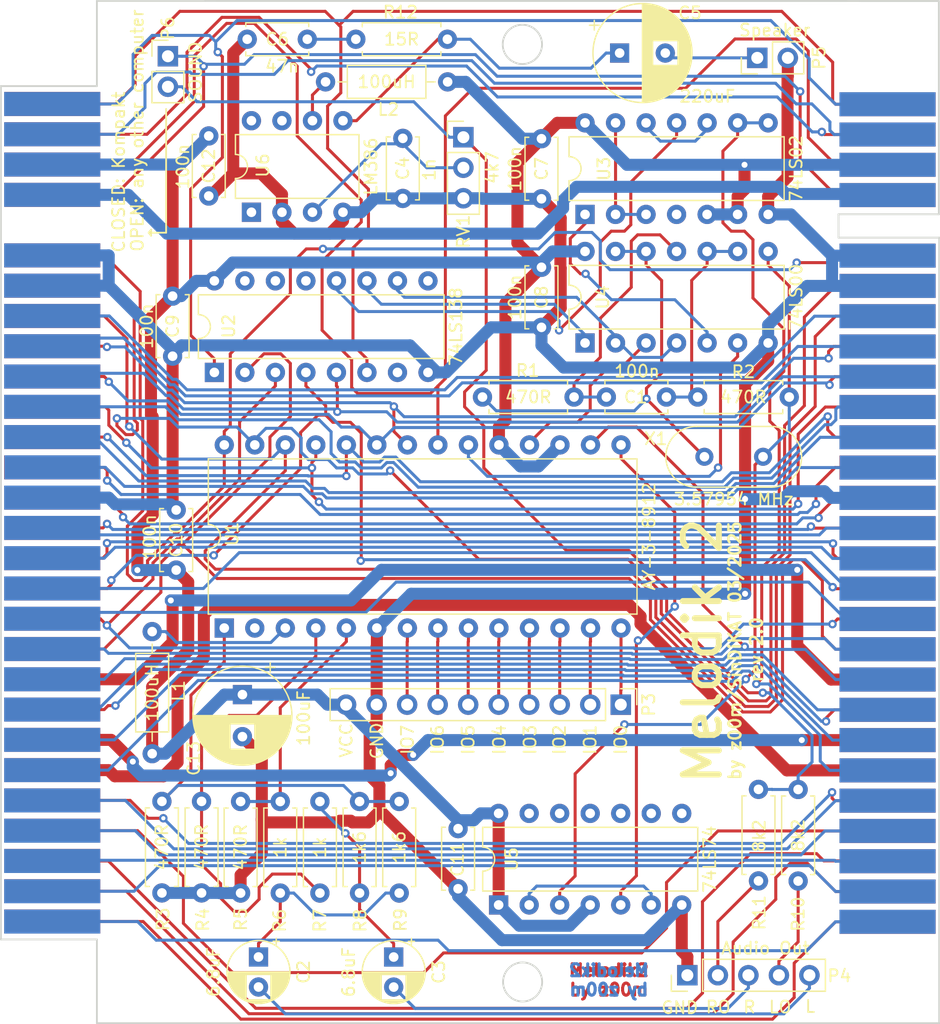
<source format=kicad_pcb>
(kicad_pcb (version 20211014) (generator pcbnew)
  (title_block (title "Melodik2") (date "2025-03-28") (rev "2.0") (company "z00m ^ SinDiKAT"))
  (layers (0 "F.Cu" signal) (31 "B.Cu" signal) (34 "B.Paste" user) (35 "F.Paste" user) (36 "B.SilkS" user "B.Silkscreen") (37 "F.SilkS" user "F.Silkscreen") (38 "B.Mask" user) (39 "F.Mask" user) (44 "Edge.Cuts" user))
  (net 0 "")
  (net 1 "/+12V")
  (net 2 "/+9V")
  (net 3 "/-5V")
  (net 4 "/12VAC")
  (net 5 "/A0")
  (net 6 "/A1")
  (net 7 "/A10")
  (net 8 "/A11")
  (net 9 "/A12")
  (net 10 "/A13")
  (net 11 "/A14")
  (net 12 "/A15")
  (net 13 "/A2")
  (net 14 "/A3")
  (net 15 "/A4")
  (net 16 "/A5")
  (net 17 "/A6")
  (net 18 "/A7")
  (net 19 "/A8")
  (net 20 "/A9")
  (net 21 "/D0")
  (net 22 "/D1")
  (net 23 "/D2")
  (net 24 "/D3")
  (net 25 "/D4")
  (net 26 "/D5")
  (net 27 "/D6")
  (net 28 "/D7")
  (net 29 "/U")
  (net 30 "/V")
  (net 31 "/VIDEO")
  (net 32 "GND")
  (net 33 "VCC")
  (net 34 "Net-(C1-Pad1)")
  (net 35 "Net-(C1-Pad2)")
  (net 36 "Net-(C2-Pad1)")
  (net 37 "Net-(C3-Pad1)")
  (net 38 "Net-(C4-Pad1)")
  (net 39 "Net-(C5-Pad1)")
  (net 40 "Net-(C5-Pad2)")
  (net 41 "Net-(C6-Pad1)")
  (net 42 "Net-(L1-Pad2)")
  (net 43 "Net-(P3-Pad1)")
  (net 44 "Net-(P3-Pad2)")
  (net 45 "Net-(P3-Pad3)")
  (net 46 "Net-(P3-Pad4)")
  (net 47 "Net-(P3-Pad5)")
  (net 48 "Net-(P3-Pad6)")
  (net 49 "Net-(P3-Pad7)")
  (net 50 "Net-(P3-Pad8)")
  (net 51 "Net-(P6-Pad2)")
  (net 52 "Net-(R1-Pad1)")
  (net 53 "Net-(R2-Pad2)")
  (net 54 "Net-(U2-Pad10)")
  (net 55 "Net-(U2-Pad11)")
  (net 56 "Net-(U2-Pad12)")
  (net 57 "Net-(U3-Pad1)")
  (net 58 "Net-(U3-Pad13)")
  (net 59 "Net-(U3-Pad10)")
  (net 60 "Net-(U5-Pad2)")
  (net 61 "/NC1")
  (net 62 "CHN_C")
  (net 63 "CHN_B")
  (net 64 "CHN_A")
  (net 66 "AYCLK")
  (net 67 "/~{RESET}")
  (net 68 "BDIR")
  (net 69 "BC1")
  (net 70 "/~{WR}")
  (net 71 "/~{RD}")
  (net 72 "/~{IORQ}")
  (net 88 "/L")
  (net 89 "/R")
  (net 90 "/LO")
  (net 91 "/RO")
  (net 92 "Net-(L2-Pad1)")
  (net 93 "/~{CLKCPU}")
  (net 94 "/~{IORQULA}")
  (net 95 "/~{Y}")
  (net 96 "/~{BUSRQ}")
  (net 97 "/~{ROMCS}")
  (net 98 "/~{BUSACK}")
  (net 99 "/~{INT}")
  (net 100 "/~{NMI}")
  (net 101 "/~{HALT}")
  (net 102 "/~{MREQ}")
  (net 103 "/~{WAIT}")
  (net 104 "/~{M1}")
  (net 105 "/~{RFSH}")
  (net 106 "/NC2")
  (footprint "Resistor_THT:R_Axial_DIN0207_L6.3mm_D2.5mm_P7.62mm_Horizontal" (layer "F.Cu") (at 144.07 48.12 180)
    (fp_text reference "R12")
    (fp_text value "15R")
  )
  (footprint "Resistor_THT:R_Axial_DIN0207_L6.3mm_D2.5mm_P7.62mm_Horizontal" (layer "F.Cu") (at 120.31 111.55 -90)
    (fp_text reference "R3")
    (fp_text value "470R")
  )
  (footprint "Package_DIP:DIP-14_W7.62mm" (layer "F.Cu") (at 155.525 62.7 90)
    (fp_text reference "U3")
    (fp_text value "74LS02")
  )
  (footprint "Capacitor_THT:C_Disc_D5.0mm_W2.5mm_P5.00mm" (layer "F.Cu") (at 121.5 92.3 90)
    (fp_text reference "C10")
    (fp_text value "100n")
  )
  (footprint "Package_DIP:DIP-16_W7.62mm" (layer "F.Cu") (at 124.675 75.85 90)
    (fp_text reference "U2")
    (fp_text value "74LS138")
  )
  (footprint "Capacitor_THT:C_Disc_D5.0mm_W2.5mm_P5.00mm" (layer "F.Cu") (at 157.3 77.9)
    (fp_text reference "C1")
    (fp_text value "100n")
  )
  (footprint "Resistor_THT:R_Axial_DIN0207_L6.3mm_D2.5mm_P7.62mm_Horizontal" (layer "F.Cu") (at 146.99 77.9)
    (fp_text reference "R1")
    (fp_text value "470R")
  )
  (footprint "Resistor_THT:R_Axial_DIN0207_L6.3mm_D2.5mm_P7.62mm_Horizontal" (layer "F.Cu") (at 133.46 119.18 90)
    (fp_text reference "R7")
    (fp_text value "1k")
  )
  (footprint "Capacitor_THT:C_Disc_D5.0mm_W2.5mm_P5.00mm" (layer "F.Cu") (at 124.21 56.17 -90)
    (fp_text reference "C12")
    (fp_text value "100n")
  )
  (footprint "Resistor_THT:R_Axial_DIN0207_L6.3mm_D2.5mm_P7.62mm_Horizontal" (layer "F.Cu") (at 123.61 111.55 -90)
    (fp_text reference "R4")
    (fp_text value "470R")
  )
  (footprint "zxbus:zxs48kbus" (layer "F.Cu") (at 111.32 86.13)
    (fp_text reference "P1" hide)
    (fp_text value "ZXS_48k_BUS" hide)
  )
  (footprint "Resistor_THT:R_Axial_DIN0207_L6.3mm_D2.5mm_P7.62mm_Horizontal" (layer "F.Cu") (at 136.76 111.56 -90)
    (fp_text reference "R8")
    (fp_text value "1k6")
  )
  (footprint "Connector_PinHeader_2.54mm:PinHeader_1x10_P2.54mm_Vertical" (layer "F.Cu") (at 158.5 103.5 -90)
    (fp_text reference "P3")
    (fp_text value "I/O GATE")
  )
  (footprint "Crystal:Crystal_HC49-U_Vertical" (layer "F.Cu") (at 165.46 82.87)
    (fp_text reference "X1")
    (fp_text value "3.57954 MHz")
  )
  (footprint "Resistor_THT:R_Axial_DIN0207_L6.3mm_D2.5mm_P7.62mm_Horizontal" (layer "F.Cu") (at 164.9 77.9)
    (fp_text reference "R2")
    (fp_text value "470R")
  )
  (footprint "Resistor_THT:R_Axial_DIN0207_L6.3mm_D2.5mm_P7.62mm_Horizontal" (layer "F.Cu") (at 130.16 111.56 -90)
    (fp_text reference "R6")
    (fp_text value "1k")
  )
  (footprint "Package_DIP:DIP-8_W7.62mm" (layer "F.Cu") (at 127.76 62.52 90)
    (fp_text reference "U6")
    (fp_text value "LM386")
  )
  (footprint "Capacitor_THT:CP_Radial_D8.0mm_P3.80mm" (layer "F.Cu") (at 158.4047 49.27)
    (fp_text reference "C5")
    (fp_text value "220uF")
  )
  (footprint "Connector_PinHeader_2.54mm:PinHeader_1x02_P2.54mm_Vertical" (layer "F.Cu") (at 169.86 49.67 90)
    (fp_text reference "P5")
    (fp_text value "Speaker")
  )
  (footprint "Resistor_THT:R_Axial_DIN0207_L6.3mm_D2.5mm_P7.62mm_Horizontal" (layer "F.Cu") (at 140.06 111.56 -90)
    (fp_text reference "R9")
    (fp_text value "1k6")
  )
  (footprint "Capacitor_THT:C_Disc_D5.0mm_W2.5mm_P5.00mm" (layer "F.Cu") (at 151.9 67.1 -90)
    (fp_text reference "C8")
    (fp_text value "100n")
  )
  (footprint "Resistor_THT:R_Axial_DIN0207_L6.3mm_D2.5mm_P7.62mm_Horizontal" (layer "F.Cu") (at 169.96 118.17 90)
    (fp_text reference "R11")
    (fp_text value "8k2")
  )
  (footprint "Resistor_THT:R_Axial_DIN0207_L6.3mm_D2.5mm_P10.16mm_Horizontal" (layer "F.Cu") (at 119.5 107.58 90)
    (fp_text reference "L1")
    (fp_text value "100uH")
  )
  (footprint "Connector_PinHeader_2.54mm:PinHeader_1x02_P2.54mm_Vertical" (layer "F.Cu") (at 120.81 49.535)
    (fp_text reference "P6")
    (fp_text value "SOUND")
  )
  (footprint "Package_DIP:DIP-14_W7.62mm" (layer "F.Cu") (at 155.525 73.4 90)
    (fp_text reference "U4")
    (fp_text value "74LS00")
  )
  (footprint "Connector_PinHeader_2.54mm:PinHeader_1x05_P2.54mm_Vertical" (layer "F.Cu") (at 164.04 126.02 90)
    (fp_text reference "P4")
    (fp_text value "Audio Out")
  )
  (footprint "Resistor_THT:R_Axial_DIN0207_L6.3mm_D2.5mm_P7.62mm_Horizontal" (layer "F.Cu") (at 126.86 111.56 -90)
    (fp_text reference "R5")
    (fp_text value "470R")
  )
  (footprint "Capacitor_THT:CP_Radial_D5.0mm_P2.50mm" (layer "F.Cu") (at 139.6 124.5049 -90)
    (fp_text reference "C3")
    (fp_text value "6.8uF")
  )
  (footprint "Package_DIP:DIP-28_W15.24mm" (layer "F.Cu") (at 125.5 97.125 90)
    (fp_text reference "U1")
    (fp_text value "AY-3-8912")
  )
  (footprint "zxbus:zxs48kbus" (layer "F.Cu") (at 180.84 86.15)
    (fp_text reference "P2" hide)
    (fp_text value "ZXS_48k_BUS" hide)
  )
  (footprint "Connector_PinHeader_2.54mm:PinHeader_1x03_P2.54mm_Vertical" (layer "F.Cu") (at 145.4 56.275)
    (fp_text reference "RV1")
    (fp_text value "4k7")
  )
  (footprint "Capacitor_THT:C_Disc_D5.0mm_W2.5mm_P5.00mm" (layer "F.Cu") (at 132.41 48.12 180)
    (fp_text reference "C6")
    (fp_text value "47n")
  )
  (footprint "Resistor_THT:R_Axial_DIN0207_L6.3mm_D2.5mm_P7.62mm_Horizontal" (layer "F.Cu") (at 173.26 118.18 90)
    (fp_text reference "R10")
    (fp_text value "8k2")
  )
  (footprint "Capacitor_THT:C_Disc_D5.0mm_W2.5mm_P5.00mm" (layer "F.Cu") (at 121.2 69.5 -90)
    (fp_text reference "C9")
    (fp_text value "100n")
  )
  (footprint "Capacitor_THT:C_Disc_D5.0mm_W2.5mm_P5.00mm" (layer "F.Cu") (at 144.96 113.82 -90)
    (fp_text reference "C11")
    (fp_text value "100n")
  )
  (footprint "Capacitor_THT:C_Disc_D5.0mm_W2.5mm_P5.00mm" (layer "F.Cu") (at 151.9 56.4 -90)
    (fp_text reference "C7")
    (fp_text value "100n")
  )
  (footprint "Package_DIP:DIP-14_W7.62mm" (layer "F.Cu") (at 148.335 120.17 90)
    (fp_text reference "U5")
    (fp_text value "74LS74")
  )
  (footprint "Capacitor_THT:C_Disc_D5.0mm_W2.5mm_P5.00mm" (layer "F.Cu") (at 140.36 56.37 -90)
    (fp_text reference "C4")
    (fp_text value "1n")
  )
  (footprint "Capacitor_THT:CP_Radial_D8.0mm_P3.50mm" (layer "F.Cu") (at 127.01 102.664 -90)
    (fp_text reference "C13")
    (fp_text value "100uF")
  )
  (footprint "Resistor_THT:R_Axial_DIN0207_L6.3mm_D2.5mm_P10.16mm_Horizontal" (layer "F.Cu") (at 133.93 51.67)
    (fp_text reference "L2")
    (fp_text value "100uH")
  )
  (footprint "Capacitor_THT:CP_Radial_D5.0mm_P2.50mm" (layer "F.Cu") (at 128.35 124.4998 -90)
    (fp_text reference "C2")
    (fp_text value "6.8uF")
  )
  (gr_line (start 120.66 53.92) (end 120.66 64.22) (layer "F.SilkS") (width 0.15))
  (gr_line (start 119.41 64.47) (end 119.41 63.97) (layer "F.SilkS") (width 0.15))
  (gr_line (start 119.21 64.22) (end 119.41 64.47) (layer "F.SilkS") (width 0.15))
  (gr_line (start 119.41 63.97) (end 119.21 64.22) (layer "F.SilkS") (width 0.15))
  (gr_line (start 120.66 64.22) (end 119.21 64.22) (layer "F.SilkS") (width 0.15))
  (gr_line (start 106.91 123.04) (end 106.91 52.02) (layer "Edge.Cuts") (width 0.15))
  (gr_line (start 184.97 62.69) (end 176.62 62.69) (layer "Edge.Cuts") (width 0.15))
  (gr_line (start 114.9 130.01) (end 114.9 123.04) (layer "Edge.Cuts") (width 0.15))
  (gr_line (start 185 130.01) (end 114.9 130.01) (layer "Edge.Cuts") (width 0.15))
  (gr_circle (center 150.33 126.58) (end 151.36 127.84) (layer "Edge.Cuts") (width 0.15) (fill none))
  (gr_line (start 114.9 52.02) (end 114.9 44.93) (layer "Edge.Cuts") (width 0.15))
  (gr_line (start 176.62 62.69) (end 176.62 64.63) (layer "Edge.Cuts") (width 0.15))
  (gr_line (start 185 64.63) (end 185 130.01) (layer "Edge.Cuts") (width 0.15))
  (gr_circle (center 150.31 48.55) (end 151.33 49.83) (layer "Edge.Cuts") (width 0.15) (fill none))
  (gr_line (start 114.9 44.93) (end 184.97 44.94) (layer "Edge.Cuts") (width 0.15))
  (gr_line (start 184.97 44.94) (end 184.97 62.69) (layer "Edge.Cuts") (width 0.15))
  (gr_line (start 106.91 52.02) (end 114.9 52.02) (layer "Edge.Cuts") (width 0.15))
  (gr_line (start 114.9 123.04) (end 106.91 123.04) (layer "Edge.Cuts") (width 0.15))
  (gr_line (start 176.62 64.63) (end 185 64.63) (layer "Edge.Cuts") (width 0.15))
  (gr_text "Melodik2\nby z00m" (at 157.51 126.42) (layer "F.Cu") (effects (font (size 1 1) (thickness 0.25))))
  (gr_text "Melodik2\nby z00m" (at 157.51 126.42) (layer "B.Cu") (effects (font (size 1 1) (thickness 0.25)) (justify mirror)))
  (gr_text "IO2" (at 153.4 106.42 90) (layer "F.SilkS") (effects (font (size 1 1))))
  (gr_text "IO4" (at 148.4 106.42 90) (layer "F.SilkS") (effects (font (size 1 1))))
  (gr_text "IO5" (at 145.8 106.42 90) (layer "F.SilkS") (effects (font (size 1 1))))
  (gr_text "LO" (at 171.76 128.67) (layer "F.SilkS") (effects (font (size 1 1))))
  (gr_text "IO1" (at 155.95 106.42 90) (layer "F.SilkS") (effects (font (size 1 1))))
  (gr_text "IO3" (at 150.95 106.42 90) (layer "F.SilkS") (effects (font (size 1 1))))
  (gr_text "rev 2.0" (at 169.8 98.92 90) (layer "F.SilkS") (effects (font (size 1 1) (thickness 0.2))))
  (gr_text "IO6" (at 143.25 106.42 90) (layer "F.SilkS") (effects (font (size 1 1))))
  (gr_text "R" (at 169.21 128.67) (layer "F.SilkS") (effects (font (size 1 1))))
  (gr_text "GND" (at 163.41 128.72) (layer "F.SilkS") (effects (font (size 1 1))))
  (gr_text "RO" (at 166.61 128.67) (layer "F.SilkS") (effects (font (size 1 1))))
  (gr_text "CLOSED: Kompakt" (at 116.71 59.17 90) (layer "F.SilkS") (effects (font (size 1 1))))
  (gr_text "by z00m/SinDiKAT 03/2025" (at 168 99 90) (layer "F.SilkS") (effects (font (size 1 1) (thickness 0.2))))
  (gr_text "IO7" (at 140.75 106.42 90) (layer "F.SilkS") (effects (font (size 1 1))))
  (gr_text "IO0" (at 158.5 106.42 90) (layer "F.SilkS") (effects (font (size 1 1))))
  (gr_text "VCC" (at 135.65 106.47 90) (layer "F.SilkS") (effects (font (size 1 1))))
  (gr_text "OPEN: any other computer" (at 118.26 55.72 90) (layer "F.SilkS") (effects (font (size 1 1))))
  (gr_text "GND" (at 138.2 106.52 90) (layer "F.SilkS") (effects (font (size 1 1))))
  (gr_text "Melodik 2" (at 165.3 99.02 90) (layer "F.SilkS") (effects (font (size 3 3) (thickness 0.5))))
  (gr_text "L" (at 174.26 128.62) (layer "F.SilkS") (effects (font (size 1 1))))
  (segment (start 180.7 106.45) (end 173.5616 106.45) (width 1) (layer "F.Cu") (net 1))
  (segment (start 116.0796 106.43) (end 111.18 106.43) (width 1) (layer "F.Cu") (net 1))
  (segment (start 117.8876 108.238) (end 116.0796 106.43) (width 1) (layer "F.Cu") (net 1))
  (segment (start 139.3471 108.5529) (end 140.2165 107.6835) (width 1) (layer "F.Cu") (net 1))
  (segment (start 139.3471 109.2057) (end 139.3471 108.5529) (width 1) (layer "F.Cu") (net 1))
  (segment (start 140.2165 107.6835) (end 141.2194 107.6835) (width 1) (layer "F.Cu") (net 1))
  (via (at 173.5616 106.45) (size 1) (drill 0.5) (layers "F.Cu" "B.Cu") (net 1))
  (via (at 117.8876 108.238) (size 1) (drill 0.5) (layers "F.Cu" "B.Cu") (net 1))
  (via (at 141.2194 107.6835) (size 1) (drill 0.5) (layers "F.Cu" "B.Cu") (net 1))
  (via (at 139.3471 109.2057) (size 1) (drill 0.5) (layers "F.Cu" "B.Cu") (net 1))
  (segment (start 139.3471 109.2057) (end 139.1528 109.4) (width 1) (layer "B.Cu") (net 1))
  (segment (start 173.5616 106.45) (end 142.4529 106.45) (width 1) (layer "B.Cu") (net 1))
  (segment (start 117.8876 108.6876) (end 117.8876 108.238) (width 1) (layer "B.Cu") (net 1))
  (segment (start 139.1528 109.4) (end 118.6 109.4) (width 1) (layer "B.Cu") (net 1))
  (segment (start 118.6 109.4) (end 117.8876 108.6876) (width 1) (layer "B.Cu") (net 1))
  (segment (start 142.4529 106.45) (end 141.2194 107.6835) (width 1) (layer "B.Cu") (net 1))
  (segment (start 120.7381 64.3) (end 151.586187 64.3) (width 1) (layer "B.Cu") (net 2))
  (segment (start 180.61 61) (end 180.7 61.09) (width 1) (layer "B.Cu") (net 2))
  (segment (start 111.18 61.07) (end 117.5081 61.07) (width 1) (layer "B.Cu") (net 2))
  (segment (start 172.262156 61) (end 180.61 61) (width 1) (layer "B.Cu") (net 2))
  (segment (start 117.5081 61.07) (end 120.7381 64.3) (width 1) (layer "B.Cu") (net 2))
  (segment (start 151.586187 64.3) (end 153.7 62.186187) (width 1) (layer "B.Cu") (net 2))
  (segment (start 171.662156 60.4) (end 172.262156 61) (width 1) (layer "B.Cu") (net 2))
  (segment (start 153.7 61.525) (end 154.825 60.4) (width 1) (layer "B.Cu") (net 2))
  (segment (start 154.825 60.4) (end 171.662156 60.4) (width 1) (layer "B.Cu") (net 2))
  (segment (start 153.7 62.186187) (end 153.7 61.525) (width 1) (layer "B.Cu") (net 2))
  (segment (start 111.18 101.39) (end 118.11 101.39) (width 1) (layer "F.Cu") (net 3))
  (segment (start 121.2 98.3) (end 121.2 94.9757) (width 1) (layer "F.Cu") (net 3))
  (segment (start 118.11 101.39) (end 121.2 98.3) (width 1) (layer "F.Cu") (net 3))
  (segment (start 175.9999 101.41) (end 173.188 98.5981) (width 1) (layer "F.Cu") (net 3))
  (segment (start 173.188 98.5981) (end 173.188 92.282) (width 1) (layer "F.Cu") (net 3))
  (segment (start 121.2 94.9757) (end 121.0499 94.8256) (width 1) (layer "F.Cu") (net 3))
  (segment (start 180.7 101.41) (end 175.9999 101.41) (width 1) (layer "F.Cu") (net 3))
  (via (at 173.188 92.282) (size 1) (drill 0.5) (layers "F.Cu" "B.Cu") (net 3))
  (via (at 121.0499 94.8256) (size 1) (drill 0.5) (layers "F.Cu" "B.Cu") (net 3))
  (segment (start 121.0499 94.8256) (end 136.0386 94.8256) (width 1) (layer "B.Cu") (net 3))
  (segment (start 136.0386 94.8256) (end 138.5822 92.282) (width 1) (layer "B.Cu") (net 3))
  (segment (start 138.5822 92.282) (end 173.188 92.282) (width 1) (layer "B.Cu") (net 3))
  (segment (start 159.2 95.2) (end 160.1431 96.1431) (width 1) (layer "F.Cu") (net 4))
  (segment (start 121.6128 101.8116) (end 123.8 99.6244) (width 1) (layer "F.Cu") (net 4))
  (segment (start 121.6128 108.2872) (end 121.6128 101.8116) (width 1) (layer "F.Cu") (net 4))
  (segment (start 172.3214 108.97) (end 180.7 108.97) (width 1) (layer "F.Cu") (net 4))
  (segment (start 111.18 108.95) (end 115.8801 108.95) (width 1) (layer "F.Cu") (net 4))
  (segment (start 120.4376 109.4624) (end 121.6128 108.2872) (width 1) (layer "F.Cu") (net 4))
  (segment (start 124.6 95.2) (end 159.2 95.2) (width 1) (layer "F.Cu") (net 4))
  (segment (start 116.3925 109.4624) (end 120.4376 109.4624) (width 1) (layer "F.Cu") (net 4))
  (segment (start 115.8801 108.95) (end 116.3925 109.4624) (width 1) (layer "F.Cu") (net 4))
  (segment (start 160.1431 96.1431) (end 160.1431 96.7917) (width 1) (layer "F.Cu") (net 4))
  (segment (start 160.1431 96.7917) (end 172.3214 108.97) (width 1) (layer "F.Cu") (net 4))
  (segment (start 123.8 99.6244) (end 123.8 96) (width 1) (layer "F.Cu") (net 4))
  (segment (start 123.8 96) (end 124.6 95.2) (width 1) (layer "F.Cu") (net 4))
  (segment (start 111.8587 72.9913) (end 117.135496 72.9913) (width 0.25) (layer "B.Cu") (net 5))
  (segment (start 111.18 73.67) (end 111.8587 72.9913) (width 0.25) (layer "B.Cu") (net 5))
  (segment (start 122.263596 77.8) (end 144.2176 77.8) (width 0.25) (layer "B.Cu") (net 5))
  (segment (start 144.2176 77.8) (end 145.299 76.7186) (width 0.25) (layer "B.Cu") (net 5))
  (segment (start 176.3749 73.6901) (end 176.3749 73.69) (width 0.25) (layer "B.Cu") (net 5))
  (segment (start 117.135496 72.9913) (end 121.013496 76.8693) (width 0.25) (layer "B.Cu") (net 5))
  (segment (start 176.3749 73.69) (end 180.7 73.69) (width 0.25) (layer "B.Cu") (net 5))
  (segment (start 170.2004 76.7186) (end 173.2289 73.6901) (width 0.25) (layer "B.Cu") (net 5))
  (segment (start 121.013496 76.8693) (end 121.332896 76.8693) (width 0.25) (layer "B.Cu") (net 5))
  (segment (start 145.299 76.7186) (end 170.2004 76.7186) (width 0.25) (layer "B.Cu") (net 5))
  (segment (start 173.2289 73.6901) (end 176.3749 73.6901) (width 0.25) (layer "B.Cu") (net 5))
  (segment (start 121.332896 76.8693) (end 122.263596 77.8) (width 0.25) (layer "B.Cu") (net 5))
  (segment (start 134.9105 79.1237) (end 134.9105 77.0506) (width 0.25) (layer "F.Cu") (net 6))
  (segment (start 134.835 75.85) (end 134.835 76.9751) (width 0.25) (layer "F.Cu") (net 6))
  (segment (start 134.9105 77.0506) (end 134.835 76.9751) (width 0.25) (layer "F.Cu") (net 6))
  (via (at 134.9105 79.1237) (size 0.7) (drill 0.35) (layers "F.Cu" "B.Cu") (net 6))
  (segment (start 111.4502 75.9198) (end 118.791 75.9198) (width 0.25) (layer "B.Cu") (net 6))
  (segment (start 120.6406 77.7694) (end 120.9559 77.7694) (width 0.25) (layer "B.Cu") (net 6))
  (segment (start 171.9822 76.21) (end 180.7 76.21) (width 0.25) (layer "B.Cu") (net 6))
  (segment (start 168.2052 79.987) (end 171.9822 76.21) (width 0.25) (layer "B.Cu") (net 6))
  (segment (start 134.6813 78.8945) (end 134.9105 79.1237) (width 0.25) (layer "B.Cu") (net 6))
  (segment (start 122.081 78.8945) (end 134.6813 78.8945) (width 0.25) (layer "B.Cu") (net 6))
  (segment (start 111.18 76.19) (end 111.4502 75.9198) (width 0.25) (layer "B.Cu") (net 6))
  (segment (start 139.0188 79.1237) (end 139.8821 79.987) (width 0.25) (layer "B.Cu") (net 6))
  (segment (start 120.9559 77.7694) (end 122.081 78.8945) (width 0.25) (layer "B.Cu") (net 6))
  (segment (start 118.791 75.9198) (end 120.6406 77.7694) (width 0.25) (layer "B.Cu") (net 6))
  (segment (start 134.9105 79.1237) (end 139.0188 79.1237) (width 0.25) (layer "B.Cu") (net 6))
  (segment (start 139.8821 79.987) (end 168.2052 79.987) (width 0.25) (layer "B.Cu") (net 6))
  (segment (start 171.4 117.9) (end 172.6 116.7) (width 0.25) (layer "F.Cu") (net 7))
  (segment (start 174.0249 116.7) (end 176.3749 119.05) (width 0.25) (layer "F.Cu") (net 7))
  (segment (start 167.85 123.25) (end 171.4 119.7) (width 0.25) (layer "F.Cu") (net 7))
  (segment (start 167.85 127.55) (end 167.85 123.25) (width 0.25) (layer "F.Cu") (net 7))
  (segment (start 111.18 119.03) (end 117.3534 119.03) (width 0.25) (layer "F.Cu") (net 7))
  (segment (start 171.4 119.7) (end 171.4 117.9) (width 0.25) (layer "F.Cu") (net 7))
  (segment (start 127.5447 129.2213) (end 166.1787 129.2213) (width 0.25) (layer "F.Cu") (net 7))
  (segment (start 117.3534 119.03) (end 127.5447 129.2213) (width 0.25) (layer "F.Cu") (net 7))
  (segment (start 172.6 116.7) (end 174.0249 116.7) (width 0.25) (layer "F.Cu") (net 7))
  (segment (start 176.3749 119.05) (end 180.7 119.05) (width 0.25) (layer "F.Cu") (net 7))
  (segment (start 166.1787 129.2213) (end 167.85 127.55) (width 0.25) (layer "F.Cu") (net 7))
  (segment (start 119.8303 123.1) (end 118.2803 121.55) (width 0.25) (layer "B.Cu") (net 8))
  (segment (start 144.1713 123.9752) (end 143.2961 123.1) (width 0.25) (layer "B.Cu") (net 8))
  (segment (start 118.2803 121.55) (end 111.18 121.55) (width 0.25) (layer "B.Cu") (net 8))
  (segment (start 176.3749 121.57) (end 173.9697 123.9752) (width 0.25) (layer "B.Cu") (net 8))
  (segment (start 143.2961 123.1) (end 119.8303 123.1) (width 0.25) (layer "B.Cu") (net 8))
  (segment (start 173.9697 123.9752) (end 144.1713 123.9752) (width 0.25) (layer "B.Cu") (net 8))
  (segment (start 180.7 121.57) (end 176.3749 121.57) (width 0.25) (layer "B.Cu") (net 8))
  (segment (start 171.3787 51.7787) (end 147.9787 51.7787) (width 0.25) (layer "B.Cu") (net 9))
  (segment (start 129.6547 51.0453) (end 122.8453 51.0453) (width 0.25) (layer "B.Cu") (net 9))
  (segment (start 176.25 56.05) (end 175.9057 55.7057) (width 0.25) (layer "B.Cu") (net 9))
  (segment (start 130.8 49.9) (end 129.6547 51.0453) (width 0.25) (layer "B.Cu") (net 9))
  (segment (start 180.7 56.05) (end 176.25 56.05) (width 0.25) (layer "B.Cu") (net 9))
  (segment (start 122.6504 50.8504) (end 119.8496 50.8504) (width 0.25) (layer "B.Cu") (net 9))
  (segment (start 175.9057 55.7057) (end 175.9057 55.0057) (width 0.25) (layer "B.Cu") (net 9))
  (segment (start 175.9057 55.0057) (end 174.4 53.5) (width 0.25) (layer "B.Cu") (net 9))
  (segment (start 147.9787 51.7787) (end 146.1 49.9) (width 0.25) (layer "B.Cu") (net 9))
  (segment (start 119.8496 50.8504) (end 118.9 51.8) (width 0.25) (layer "B.Cu") (net 9))
  (segment (start 173.1 53.5) (end 171.3787 51.7787) (width 0.25) (layer "B.Cu") (net 9))
  (segment (start 146.1 49.9) (end 130.8 49.9) (width 0.25) (layer "B.Cu") (net 9))
  (segment (start 174.4 53.5) (end 173.1 53.5) (width 0.25) (layer "B.Cu") (net 9))
  (segment (start 122.8453 51.0453) (end 122.6504 50.8504) (width 0.25) (layer "B.Cu") (net 9))
  (segment (start 118.9 53.8) (end 116.67 56.03) (width 0.25) (layer "B.Cu") (net 9))
  (segment (start 116.67 56.03) (end 111.18 56.03) (width 0.25) (layer "B.Cu") (net 9))
  (segment (start 118.9 51.8) (end 118.9 53.8) (width 0.25) (layer "B.Cu") (net 9))
  (segment (start 125.3 46.3) (end 128.4 46.3) (width 0.25) (layer "F.Cu") (net 10))
  (segment (start 111.18 56.03) (end 119.07 56.03) (width 0.25) (layer "F.Cu") (net 10))
  (segment (start 122.4 49.2) (end 125.3 46.3) (width 0.25) (layer "F.Cu") (net 10))
  (segment (start 180.7 56.05) (end 175.4464 56.05) (width 0.25) (layer "F.Cu") (net 10))
  (segment (start 128.4 46.3) (end 132.7284 50.6284) (width 0.25) (layer "F.Cu") (net 10))
  (segment (start 175.4464 56.05) (end 175.2307 55.8343) (width 0.25) (layer "F.Cu") (net 10))
  (segment (start 132.7284 50.6284) (end 132.7284 50.8278) (width 0.25) (layer "F.Cu") (net 10))
  (segment (start 119.07 56.03) (end 122.4 52.7) (width 0.25) (layer "F.Cu") (net 10))
  (segment (start 122.4 52.7) (end 122.4 49.2) (width 0.25) (layer "F.Cu") (net 10))
  (via (at 132.7284 50.8278) (size 0.7) (drill 0.35) (layers "F.Cu" "B.Cu") (net 10))
  (via (at 175.2307 55.8343) (size 0.7) (drill 0.35) (layers "F.Cu" "B.Cu") (net 10))
  (segment (start 132.7284 50.8278) (end 133.2062 50.35) (width 0.25) (layer "B.Cu") (net 10))
  (segment (start 148.2391 52.9257) (end 171.5257 52.9257) (width 0.25) (layer "B.Cu") (net 10))
  (segment (start 174.4343 55.8343) (end 175.2307 55.8343) (width 0.25) (layer "B.Cu") (net 10))
  (segment (start 133.2062 50.35) (end 145.6634 50.35) (width 0.25) (layer "B.Cu") (net 10))
  (segment (start 171.5257 52.9257) (end 174.4343 55.8343) (width 0.25) (layer "B.Cu") (net 10))
  (segment (start 145.6634 50.35) (end 148.2391 52.9257) (width 0.25) (layer "B.Cu") (net 10))
  (segment (start 122.7 72.7499) (end 124.675 74.7249) (width 0.25) (layer "F.Cu") (net 11))
  (segment (start 124.675 74.7249) (end 124.675 75.85) (width 0.25) (layer "F.Cu") (net 11))
  (segment (start 122.7 60.6) (end 122.7 72.7499) (width 0.25) (layer "F.Cu") (net 11))
  (segment (start 125.3441 49.5737) (end 125.3441 57.9559) (width 0.25) (layer "F.Cu") (net 11))
  (segment (start 124.9602 49.1898) (end 125.3441 49.5737) (width 0.25) (layer "F.Cu") (net 11))
  (segment (start 125.3441 57.9559) (end 122.7 60.6) (width 0.25) (layer "F.Cu") (net 11))
  (via (at 124.9602 49.1898) (size 0.7) (drill 0.35) (layers "F.Cu" "B.Cu") (net 11))
  (segment (start 124.257 47.8) (end 119.5 47.8) (width 0.25) (layer "B.Cu") (net 11))
  (segment (start 117.9142 52.13) (end 116.5342 53.51) (width 0.25) (layer "B.Cu") (net 11))
  (segment (start 176.3749 53.53) (end 174.1785 51.3336) (width 0.25) (layer "B.Cu") (net 11))
  (segment (start 124.7893 48.3323) (end 124.257 47.8) (width 0.25) (layer "B.Cu") (net 11))
  (segment (start 116.5342 53.51) (end 111.18 53.51) (width 0.25) (layer "B.Cu") (net 11))
  (segment (start 126.5549 46.5667) (end 124.7893 48.3323) (width 0.25) (layer "B.Cu") (net 11))
  (segment (start 117.9142 49.3858) (end 117.9142 52.13) (width 0.25) (layer "B.Cu") (net 11))
  (segment (start 180.7 53.53) (end 176.3749 53.53) (width 0.25) (layer "B.Cu") (net 11))
  (segment (start 119.5 47.8) (end 117.9142 49.3858) (width 0.25) (layer "B.Cu") (net 11))
  (segment (start 174.1785 51.3336) (end 174.1785 49.753) (width 0.25) (layer "B.Cu") (net 11))
  (segment (start 124.7893 49.0189) (end 124.9602 49.1898) (width 0.25) (layer "B.Cu") (net 11))
  (segment (start 170.9922 46.5667) (end 126.5549 46.5667) (width 0.25) (layer "B.Cu") (net 11))
  (segment (start 124.7893 48.3323) (end 124.7893 49.0189) (width 0.25) (layer "B.Cu") (net 11))
  (segment (start 174.1785 49.753) (end 170.9922 46.5667) (width 0.25) (layer "B.Cu") (net 11))
  (segment (start 136.2189 45.8) (end 135.0618 46.9571) (width 0.25) (layer "F.Cu") (net 12))
  (segment (start 118.0808 51.9182) (end 116.489 53.51) (width 0.25) (layer "F.Cu") (net 12))
  (segment (start 133.9047 45.8) (end 121.8 45.8) (width 0.25) (layer "F.Cu") (net 12))
  (segment (start 116.489 53.51) (end 111.18 53.51) (width 0.25) (layer "F.Cu") (net 12))
  (segment (start 137.5 60.6) (end 134.1 57.2) (width 0.25) (layer "F.Cu") (net 12))
  (segment (start 176.3749 53.53) (end 176.1348 53.2899) (width 0.25) (layer "F.Cu") (net 12))
  (segment (start 176.1348 50.0348) (end 171.9 45.8) (width 0.25) (layer "F.Cu") (net 12))
  (segment (start 171.9 45.8) (end 136.2189 45.8) (width 0.25) (layer "F.Cu") (net 12))
  (segment (start 136.2116 73.5615) (end 136.2116 65.4884) (width 0.25) (layer "F.Cu") (net 12))
  (segment (start 118.0808 49.5192) (end 118.0808 51.9182) (width 0.25) (layer "F.Cu") (net 12))
  (segment (start 180.7 53.53) (end 176.3749 53.53) (width 0.25) (layer "F.Cu") (net 12))
  (segment (start 121.8 45.8) (end 118.0808 49.5192) (width 0.25) (layer "F.Cu") (net 12))
  (segment (start 135.0618 46.9571) (end 133.9047 45.8) (width 0.25) (layer "F.Cu") (net 12))
  (segment (start 137.375 75.85) (end 137.375 74.7249) (width 0.25) (layer "F.Cu") (net 12))
  (segment (start 134.1 53.6812) (end 135.2 52.5812) (width 0.25) (layer "F.Cu") (net 12))
  (segment (start 176.1348 53.2899) (end 176.1348 50.0348) (width 0.25) (layer "F.Cu") (net 12))
  (segment (start 137.375 74.7249) (end 136.2116 73.5615) (width 0.25) (layer "F.Cu") (net 12))
  (segment (start 134.1 57.2) (end 134.1 53.6812) (width 0.25) (layer "F.Cu") (net 12))
  (segment (start 136.2116 65.4884) (end 137.5 64.2) (width 0.25) (layer "F.Cu") (net 12))
  (segment (start 137.5 64.2) (end 137.5 60.6) (width 0.25) (layer "F.Cu") (net 12))
  (segment (start 135.2 47.0953) (end 135.0618 46.9571) (width 0.25) (layer "F.Cu") (net 12))
  (segment (start 135.2 52.5812) (end 135.2 47.0953) (width 0.25) (layer "F.Cu") (net 12))
  (segment (start 120.61 78.71) (end 121.6947 79.7947) (width 0.25) (layer "B.Cu") (net 13))
  (segment (start 167.137404 85.4) (end 167.887404 84.65) (width 0.25) (layer "B.Cu") (net 13))
  (segment (start 111.18 78.71) (end 120.61 78.71) (width 0.25) (layer "B.Cu") (net 13))
  (segment (start 141.6398 85.4) (end 167.137404 85.4) (width 0.25) (layer "B.Cu") (net 13))
  (segment (start 139.5876 83.3478) (end 141.6398 85.4) (width 0.25) (layer "B.Cu") (net 13))
  (segment (start 133.3947 79.7947) (end 134.39 80.79) (width 0.25) (layer "B.Cu") (net 13))
  (segment (start 167.887404 84.65) (end 171.056608 84.65) (width 0.25) (layer "B.Cu") (net 13))
  (segment (start 136.4 83.3) (end 136.9 83.8) (width 0.25) (layer "B.Cu") (net 13))
  (segment (start 121.6947 79.7947) (end 133.3947 79.7947) (width 0.25) (layer "B.Cu") (net 13))
  (segment (start 176.0026 80.1965) (end 176.398 79.8011) (width 0.25) (layer "B.Cu") (net 13))
  (segment (start 139.0283 83.3478) (end 139.5876 83.3478) (width 0.25) (layer "B.Cu") (net 13))
  (segment (start 134.39 80.79) (end 134.39 82.59) (width 0.25) (layer "B.Cu") (net 13))
  (segment (start 134.39 82.59) (end 135.1 83.3) (width 0.25) (layer "B.Cu") (net 13))
  (segment (start 136.9 83.8) (end 138.5761 83.8) (width 0.25) (layer "B.Cu") (net 13))
  (segment (start 176.398 79.8011) (end 176.398 78.902) (width 0.25) (layer "B.Cu") (net 13))
  (segment (start 176.57 78.73) (end 180.7 78.73) (width 0.25) (layer "B.Cu") (net 13))
  (segment (start 138.5761 83.8) (end 139.0283 83.3478) (width 0.25) (layer "B.Cu") (net 13))
  (segment (start 135.1 83.3) (end 136.4 83.3) (width 0.25) (layer "B.Cu") (net 13))
  (segment (start 175.510108 80.1965) (end 176.0026 80.1965) (width 0.25) (layer "B.Cu") (net 13))
  (segment (start 171.056608 84.65) (end 175.510108 80.1965) (width 0.25) (layer "B.Cu") (net 13))
  (segment (start 176.398 78.902) (end 176.57 78.73) (width 0.25) (layer "B.Cu") (net 13))
  (segment (start 133.8461 85.4993) (end 132.8804 85.4993) (width 0.25) (layer "B.Cu") (net 14))
  (segment (start 180.7 81.25) (end 175.093004 81.25) (width 0.25) (layer "B.Cu") (net 14))
  (segment (start 134.1968 85.85) (end 133.8461 85.4993) (width 0.25) (layer "B.Cu") (net 14))
  (segment (start 132.8804 85.4993) (end 132.2676 84.8865) (width 0.25) (layer "B.Cu") (net 14))
  (segment (start 118.3865 84.8865) (end 114.73 81.23) (width 0.25) (layer "B.Cu") (net 14))
  (segment (start 114.73 81.23) (end 111.18 81.23) (width 0.25) (layer "B.Cu") (net 14))
  (segment (start 171.243004 85.1) (end 168.0738 85.1) (width 0.25) (layer "B.Cu") (net 14))
  (segment (start 167.3238 85.85) (end 134.1968 85.85) (width 0.25) (layer "B.Cu") (net 14))
  (segment (start 132.2676 84.8865) (end 118.3865 84.8865) (width 0.25) (layer "B.Cu") (net 14))
  (segment (start 168.0738 85.1) (end 167.3238 85.85) (width 0.25) (layer "B.Cu") (net 14))
  (segment (start 175.093004 81.25) (end 171.243004 85.1) (width 0.25) (layer "B.Cu") (net 14))
  (segment (start 121.3 115.5) (end 117.27 111.47) (width 0.25) (layer "B.Cu") (net 15))
  (segment (start 172.3649 115.5) (end 121.3 115.5) (width 0.25) (layer "B.Cu") (net 15))
  (segment (start 176.3749 111.49) (end 172.3649 115.5) (width 0.25) (layer "B.Cu") (net 15))
  (segment (start 117.27 111.47) (end 111.18 111.47) (width 0.25) (layer "B.Cu") (net 15))
  (segment (start 180.7 111.49) (end 176.3749 111.49) (width 0.25) (layer "B.Cu") (net 15))
  (segment (start 168.225 55.08) (end 168.225 56.2051) (width 0.25) (layer "F.Cu") (net 16))
  (segment (start 171.6832 80.6907) (end 171.6832 90.663908) (width 0.25) (layer "F.Cu") (net 16))
  (segment (start 172.07 72.2286) (end 172.07 75.7605) (width 0.25) (layer "F.Cu") (net 16))
  (segment (start 170.9 79.9075) (end 171.6832 80.6907) (width 0.25) (layer "F.Cu") (net 16))
  (segment (start 170.2307 92.116408) (end 170.2307 101.3275) (width 0.25) (layer "F.Cu") (net 16))
  (segment (start 171.6832 90.663908) (end 170.2307 92.116408) (width 0.25) (layer "F.Cu") (net 16))
  (segment (start 172.07 75.7605) (end 170.9 76.9305) (width 0.25) (layer "F.Cu") (net 16))
  (segment (start 170.2307 101.3275) (end 169.7805 101.7777) (width 0.25) (layer "F.Cu") (net 16))
  (segment (start 167.6952 64.0952) (end 168.7952 64.0952) (width 0.25) (layer "F.Cu") (net 16))
  (segment (start 167 63.4) (end 167.6952 64.0952) (width 0.25) (layer "F.Cu") (net 16))
  (segment (start 170.9 76.9305) (end 170.9 79.9075) (width 0.25) (layer "F.Cu") (net 16))
  (segment (start 168.225 56.2051) (end 167 57.4301) (width 0.25) (layer "F.Cu") (net 16))
  (segment (start 169.5 64.8) (end 169.5 69.6586) (width 0.25) (layer "F.Cu") (net 16))
  (segment (start 168.7952 64.0952) (end 169.5 64.8) (width 0.25) (layer "F.Cu") (net 16))
  (segment (start 167 57.4301) (end 167 63.4) (width 0.25) (layer "F.Cu") (net 16))
  (segment (start 169.5 69.6586) (end 172.07 72.2286) (width 0.25) (layer "F.Cu") (net 16))
  (via (at 169.7805 101.7777) (size 0.7) (drill 0.35) (layers "F.Cu" "B.Cu") (net 16))
  (segment (start 167.7732 101.5574) (end 158.5543 101.5574) (width 0.25) (layer "B.Cu") (net 16))
  (segment (start 180.7 108.97) (end 175.87 108.97) (width 0.25) (layer "B.Cu") (net 16))
  (segment (start 170.8126 101.7778) (end 169.7805 101.7778) (width 0.25) (layer "B.Cu") (net 16))
  (segment (start 169.1859 100.7039) (end 168.6267 100.7039) (width 0.25) (layer "B.Cu") (net 16))
  (segment (start 168.225 55.08) (end 170.765 55.08) (width 0.25) (layer "B.Cu") (net 16))
  (segment (start 158.4867 101.4898) (end 123.3102 101.4898) (width 0.25) (layer "B.Cu") (net 16))
  (segment (start 169.7805 101.2985) (end 169.1859 100.7039) (width 0.25) (layer "B.Cu") (net 16))
  (segment (start 158.5543 101.5574) (end 158.4867 101.4898) (width 0.25) (layer "B.Cu") (net 16))
  (segment (start 175.1 106.0652) (end 170.8126 101.7778) (width 0.25) (layer "B.Cu") (net 16))
  (segment (start 169.7805 101.7777) (end 169.7805 101.2985) (width 0.25) (layer "B.Cu") (net 16))
  (segment (start 175.87 108.97) (end 175.1 108.2) (width 0.25) (layer "B.Cu") (net 16))
  (segment (start 168.6267 100.7039) (end 167.7732 101.5574) (width 0.25) (layer "B.Cu") (net 16))
  (segment (start 115.85 108.95) (end 111.18 108.95) (width 0.25) (layer "B.Cu") (net 16))
  (segment (start 175.1 108.2) (end 175.1 106.0652) (width 0.25) (layer "B.Cu") (net 16))
  (segment (start 169.7805 101.7778) (end 169.7805 101.7777) (width 0.25) (layer "B.Cu") (net 16))
  (segment (start 123.3102 101.4898) (end 115.85 108.95) (width 0.25) (layer "B.Cu") (net 16))
  (segment (start 176.1214 106.45) (end 169.9252 100.2538) (width 0.25) (layer "B.Cu") (net 17))
  (segment (start 121.7476 101.0398) (end 116.3574 106.43) (width 0.25) (layer "B.Cu") (net 17))
  (segment (start 116.3574 106.43) (end 111.18 106.43) (width 0.25) (layer "B.Cu") (net 17))
  (segment (start 168.4402 100.2538) (end 167.5867 101.1073) (width 0.25) (layer "B.Cu") (net 17))
  (segment (start 167.5867 101.1073) (end 158.7408 101.1073) (width 0.25) (layer "B.Cu") (net 17))
  (segment (start 158.6733 101.0398) (end 121.7476 101.0398) (width 0.25) (layer "B.Cu") (net 17))
  (segment (start 180.7 106.45) (end 176.1214 106.45) (width 0.25) (layer "B.Cu") (net 17))
  (segment (start 158.7408 101.1073) (end 158.6733 101.0398) (width 0.25) (layer "B.Cu") (net 17))
  (segment (start 169.9252 100.2538) (end 168.4402 100.2538) (width 0.25) (layer "B.Cu") (net 17))
  (segment (start 180.7 103.93) (end 174.8746 103.93) (width 0.25) (layer "B.Cu") (net 18))
  (segment (start 170.2982 99.3536) (end 168.0671 99.3536) (width 0.25) (layer "B.Cu") (net 18))
  (segment (start 168.0671 99.3536) (end 167.2136 100.2071) (width 0.25) (layer "B.Cu") (net 18))
  (segment (start 118.7716 100.1284) (end 114.99 103.91) (width 0.25) (layer "B.Cu") (net 18))
  (segment (start 159.1138 100.2071) (end 159.0351 100.1284) (width 0.25) (layer "B.Cu") (net 18))
  (segment (start 159.0351 100.1284) (end 118.7716 100.1284) (width 0.25) (layer "B.Cu") (net 18))
  (segment (start 174.8746 103.93) (end 170.2982 99.3536) (width 0.25) (layer "B.Cu") (net 18))
  (segment (start 114.99 103.91) (end 111.18 103.91) (width 0.25) (layer "B.Cu") (net 18))
  (segment (start 167.2136 100.2071) (end 159.1138 100.2071) (width 0.25) (layer "B.Cu") (net 18))
  (segment (start 175.4 116.5) (end 174.8 115.9) (width 0.25) (layer "F.Cu") (net 19))
  (segment (start 165.3 119.9) (end 165.3 127.5) (width 0.25) (layer "F.Cu") (net 19))
  (segment (start 165.3 127.5) (end 164.0288 128.7712) (width 0.25) (layer "F.Cu") (net 19))
  (segment (start 115.8584 116.51) (end 111.18 116.51) (width 0.25) (layer "F.Cu") (net 19))
  (segment (start 180.67 116.5) (end 175.4 116.5) (width 0.25) (layer "F.Cu") (net 19))
  (segment (start 169.3 115.9) (end 165.3 119.9) (width 0.25) (layer "F.Cu") (net 19))
  (segment (start 174.8 115.9) (end 169.3 115.9) (width 0.25) (layer "F.Cu") (net 19))
  (segment (start 164.0288 128.7712) (end 128.1196 128.7712) (width 0.25) (layer "F.Cu") (net 19))
  (segment (start 128.1196 128.7712) (end 115.8584 116.51) (width 0.25) (layer "F.Cu") (net 19))
  (segment (start 180.7 116.53) (end 180.67 116.5) (width 0.25) (layer "F.Cu") (net 19))
  (segment (start 180.7 119.05) (end 176.3749 119.05) (width 0.25) (layer "B.Cu") (net 20))
  (segment (start 176.3749 119.05) (end 174.2249 116.9) (width 0.25) (layer "B.Cu") (net 20))
  (segment (start 174.2249 116.9) (end 120.12 116.9) (width 0.25) (layer "B.Cu") (net 20))
  (segment (start 120.12 116.9) (end 117.99 119.03) (width 0.25) (layer "B.Cu") (net 20))
  (segment (start 117.99 119.03) (end 111.18 119.03) (width 0.25) (layer "B.Cu") (net 20))
  (segment (start 125.5 81.885) (end 125.5 80.7599) (width 0.25) (layer "F.Cu") (net 21))
  (segment (start 125.5 85.3) (end 125.5 81.885) (width 0.25) (layer "F.Cu") (net 21))
  (segment (start 126 80.2599) (end 126 74.3) (width 0.25) (layer "F.Cu") (net 21))
  (segment (start 119.1146 92.6916) (end 119.1146 91.512608) (width 0.25) (layer "F.Cu") (net 21))
  (segment (start 131 69.3) (end 131 66.9) (width 0.25) (layer "F.Cu") (net 21))
  (segment (start 173.1408 66.7135) (end 175.7914 66.7135) (width 0.25) (layer "F.Cu") (net 21))
  (segment (start 131 66.9) (end 132.3284 65.5716) (width 0.25) (layer "F.Cu") (net 21))
  (segment (start 118.7159 79.884909) (end 118.7159 87.3631) (width 0.25) (layer "F.Cu") (net 21))
  (segment (start 132.3284 65.5716) (end 133.7131 65.5716) (width 0.25) (layer "F.Cu") (net 21))
  (segment (start 118.7159 87.3631) (end 117.4333 88.6457) (width 0.25) (layer "F.Cu") (net 21))
  (segment (start 126 74.3) (end 131 69.3) (width 0.25) (layer "F.Cu") (net 21))
  (segment (start 121.372208 89.255) (end 121.545 89.255) (width 0.25) (layer "F.Cu") (net 21))
  (segment (start 117.4333 92.6388) (end 117.9629 93.1684) (width 0.25) (layer "F.Cu") (net 21))
  (segment (start 118.6378 93.1684) (end 119.1146 92.6916) (width 0.25) (layer "F.Cu") (net 21))
  (segment (start 118.5 69.1049) (end 118.5 79.669009) (width 0.25) (layer "F.Cu") (net 21))
  (segment (start 118.5 79.669009) (end 118.7159 79.884909) (width 0.25) (layer "F.Cu") (net 21))
  (segment (start 180.7 66.13) (end 176.3749 66.13) (width 0.25) (layer "F.Cu") (net 21))
  (segment (start 119.1146 91.512608) (end 121.372208 89.255) (width 0.25) (layer "F.Cu") (net 21))
  (segment (start 175.7914 66.7135) (end 176.3749 66.13) (width 0.25) (layer "F.Cu") (net 21))
  (segment (start 117.9629 93.1684) (end 118.6378 93.1684) (width 0.25) (layer "F.Cu") (net 21))
  (segment (start 115.5051 66.11) (end 118.5 69.1049) (width 0.25) (layer "F.Cu") (net 21))
  (segment (start 111.18 66.11) (end 115.5051 66.11) (width 0.25) (layer "F.Cu") (net 21))
  (segment (start 121.545 89.255) (end 125.5 85.3) (width 0.25) (layer "F.Cu") (net 21))
  (segment (start 125.5 80.7599) (end 126 80.2599) (width 0.25) (layer "F.Cu") (net 21))
  (segment (start 117.4333 88.6457) (end 117.4333 92.6388) (width 0.25) (layer "F.Cu") (net 21))
  (via (at 173.1408 66.7135) (size 0.7) (drill 0.35) (layers "F.Cu" "B.Cu") (net 21))
  (via (at 133.7131 65.5716) (size 0.7) (drill 0.35) (layers "F.Cu" "B.Cu") (net 21))
  (segment (start 156.8 64.9) (end 156.8 66.5) (width 0.25) (layer "B.Cu") (net 21))
  (segment (start 151.6675 65.5716) (end 153.0391 64.2) (width 0.25) (layer "B.Cu") (net 21))
  (segment (start 156.1 64.2) (end 156.8 64.9) (width 0.25) (layer "B.Cu") (net 21))
  (segment (start 156.8 66.5) (end 157.6 67.3) (width 0.25) (layer "B.Cu") (net 21))
  (segment (start 172.5543 67.3) (end 173.1408 66.7135) (width 0.25) (layer "B.Cu") (net 21))
  (segment (start 153.0391 64.2) (end 156.1 64.2) (width 0.25) (layer "B.Cu") (net 21))
  (segment (start 157.6 67.3) (end 172.5543 67.3) (width 0.25) (layer "B.Cu") (net 21))
  (segment (start 133.7131 65.5716) (end 151.6675 65.5716) (width 0.25) (layer "B.Cu") (net 21))
  (segment (start 161.8681 95.9323) (end 161.8681 94.1681) (width 0.25) (layer "F.Cu") (net 22))
  (segment (start 115.5051 68.63) (end 111.18 68.63) (width 0.25) (layer "F.Cu") (net 22))
  (segment (start 170.5997 103.1865) (end 169.1223 103.1865) (width 0.25) (layer "F.Cu") (net 22))
  (segment (start 173.7788 78.6212) (end 172.1332 80.2668) (width 0.25) (layer "F.Cu") (net 22))
  (segment (start 169.1223 103.1865) (end 161.8681 95.9323) (width 0.25) (layer "F.Cu") (net 22))
  (segment (start 170.9954 102.7908) (end 170.5997 103.1865) (width 0.25) (layer "F.Cu") (net 22))
  (segment (start 170.9954 91.988104) (end 170.9954 102.7908) (width 0.25) (layer "F.Cu") (net 22))
  (segment (start 117.8706 81.026) (end 118.2659 80.6307) (width 0.25) (layer "F.Cu") (net 22))
  (segment (start 118 71.1249) (end 115.5051 68.63) (width 0.25) (layer "F.Cu") (net 22))
  (segment (start 180.7 68.65) (end 176.3749 68.65) (width 0.25) (layer "F.Cu") (net 22))
  (segment (start 116.5663 79.6758) (end 116.5663 80.281) (width 0.25) (layer "F.Cu") (net 22))
  (segment (start 172.1332 80.2668) (end 172.1332 90.850304) (width 0.25) (layer "F.Cu") (net 22))
  (segment (start 146.685 91.4) (end 139.3079 84.0229) (width 0.25) (layer "F.Cu") (net 22))
  (segment (start 173.7788 71.2461) (end 173.7788 78.6212) (width 0.25) (layer "F.Cu") (net 22))
  (segment (start 116.5663 80.281) (end 117.3113 81.026) (width 0.25) (layer "F.Cu") (net 22))
  (segment (start 176.3749 68.65) (end 173.7788 71.2461) (width 0.25) (layer "F.Cu") (net 22))
  (segment (start 118 79.805405) (end 118 71.1249) (width 0.25) (layer "F.Cu") (net 22))
  (segment (start 161.8681 94.1681) (end 159.1 91.4) (width 0.25) (layer "F.Cu") (net 22))
  (segment (start 118.2659 80.6307) (end 118.2659 80.071305) (width 0.25) (layer "F.Cu") (net 22))
  (segment (start 118.2659 80.071305) (end 118 79.805405) (width 0.25) (layer "F.Cu") (net 22))
  (segment (start 159.1 91.4) (end 146.685 91.4) (width 0.25) (layer "F.Cu") (net 22))
  (segment (start 117.3113 81.026) (end 117.8706 81.026) (width 0.25) (layer "F.Cu") (net 22))
  (segment (start 172.1332 90.850304) (end 170.9954 91.988104) (width 0.25) (layer "F.Cu") (net 22))
  (via (at 116.5663 79.6758) (size 0.7) (drill 0.35) (layers "F.Cu" "B.Cu") (net 22))
  (via (at 139.3079 84.0229) (size 0.7) (drill 0.35) (layers "F.Cu" "B.Cu") (net 22))
  (segment (start 136.7 84.3) (end 139.0308 84.3) (width 0.25) (layer "B.Cu") (net 22))
  (segment (start 131.9 82.5) (end 132.5 83.1) (width 0.25) (layer "B.Cu") (net 22))
  (segment (start 128.9669 80.5) (end 131.1 80.5) (width 0.25) (layer "B.Cu") (net 22))
  (segment (start 131.1 80.5) (end 131.9 81.3) (width 0.25) (layer "B.Cu") (net 22))
  (segment (start 121.658704 80.3951) (end 120.939404 79.6758) (width 0.25) (layer "B.Cu") (net 22))
  (segment (start 131.9 81.3) (end 131.9 82.5) (width 0.25) (layer "B.Cu") (net 22))
  (segment (start 132.5 83.1) (end 134.1481 83.1) (width 0.25) (layer "B.Cu") (net 22))
  (segment (start 127.5819 81.885) (end 128.9669 80.5) (width 0.25) (layer "B.Cu") (net 22))
  (segment (start 136.1958 83.7958) (end 136.7 84.3) (width 0.25) (layer "B.Cu") (net 22))
  (segment (start 135.380405 83.7958) (end 136.1958 83.7958) (width 0.25) (layer "B.Cu") (net 22))
  (segment (start 128.04 81.885) (end 127.5819 81.885) (width 0.25) (layer "B.Cu") (net 22))
  (segment (start 134.1481 83.1) (end 134.8481 83.8) (width 0.25) (layer "B.Cu") (net 22))
  (segment (start 135.376205 83.8) (end 135.380405 83.7958) (width 0.25) (layer "B.Cu") (net 22))
  (segment (start 139.0308 84.3) (end 139.3079 84.0229) (width 0.25) (layer "B.Cu") (net 22))
  (segment (start 128.04 81.885) (end 126.5501 80.3951) (width 0.25) (layer "B.Cu") (net 22))
  (segment (start 126.5501 80.3951) (end 121.658704 80.3951) (width 0.25) (layer "B.Cu") (net 22))
  (segment (start 120.939404 79.6758) (end 116.5663 79.6758) (width 0.25) (layer "B.Cu") (net 22))
  (segment (start 134.8481 83.8) (end 135.376205 83.8) (width 0.25) (layer "B.Cu") (net 22))
  (segment (start 168.8372 103.6495) (end 170.7733 103.6495) (width 0.25) (layer "F.Cu") (net 23))
  (segment (start 159.128 92.228) (end 161.4181 94.5181) (width 0.25) (layer "F.Cu") (net 23))
  (segment (start 130.58 84.0331) (end 123.9106 90.7025) (width 0.25) (layer "F.Cu") (net 23))
  (segment (start 123.9106 90.7025) (end 123.9106 91.3802) (width 0.25) (layer "F.Cu") (net 23))
  (segment (start 171.4455 92.1744) (end 172.5833 91.0366) (width 0.25) (layer "F.Cu") (net 23))
  (segment (start 115.5051 71.15) (end 111.18 71.15) (width 0.25) (layer "F.Cu") (net 23))
  (segment (start 170.7733 103.6495) (end 171.4455 102.9773) (width 0.25) (layer "F.Cu") (net 23))
  (segment (start 117.4 80.16) (end 117.4 73.0449) (width 0.25) (layer "F.Cu") (net 23))
  (segment (start 124.7584 92.228) (end 159.128 92.228) (width 0.25) (layer "F.Cu") (net 23))
  (segment (start 172.5833 80.7777) (end 174.679 78.682) (width 0.25) (layer "F.Cu") (net 23))
  (segment (start 117.4 73.0449) (end 115.5051 71.15) (width 0.25) (layer "F.Cu") (net 23))
  (segment (start 172.5833 91.0366) (end 172.5833 80.7777) (width 0.25) (layer "F.Cu") (net 23))
  (segment (start 161.4181 94.5181) (end 161.4181 96.2304) (width 0.25) (layer "F.Cu") (net 23))
  (segment (start 117.5909 80.3509) (end 117.4 80.16) (width 0.25) (layer "F.Cu") (net 23))
  (segment (start 176.3749 71.17) (end 180.7 71.17) (width 0.25) (layer "F.Cu") (net 23))
  (segment (start 174.679 72.8659) (end 176.3749 71.17) (width 0.25) (layer "F.Cu") (net 23))
  (segment (start 174.679 78.682) (end 174.679 72.8659) (width 0.25) (layer "F.Cu") (net 23))
  (segment (start 171.4455 102.9773) (end 171.4455 92.1744) (width 0.25) (layer "F.Cu") (net 23))
  (segment (start 123.9106 91.3802) (end 124.7584 92.228) (width 0.25) (layer "F.Cu") (net 23))
  (segment (start 161.4181 96.2304) (end 168.8372 103.6495) (width 0.25) (layer "F.Cu") (net 23))
  (segment (start 130.58 81.885) (end 130.58 84.0331) (width 0.25) (layer "F.Cu") (net 23))
  (via (at 117.5909 80.3509) (size 0.7) (drill 0.35) (layers "F.Cu" "B.Cu") (net 23))
  (segment (start 129.4025 83.0625) (end 120.3025 83.0625) (width 0.25) (layer "B.Cu") (net 23))
  (segment (start 130.58 81.885) (end 129.4025 83.0625) (width 0.25) (layer "B.Cu") (net 23))
  (segment (start 120.3025 83.0625) (end 117.5909 80.3509) (width 0.25) (layer "B.Cu") (net 23))
  (segment (start 180.7 78.73) (end 175.5206 78.73) (width 0.25) (layer "F.Cu") (net 24))
  (segment (start 133.12 83.0101) (end 132.7967 83.3334) (width 0.25) (layer "F.Cu") (net 24))
  (segment (start 115.8913 78.9913) (end 115.8913 80.2426) (width 0.25) (layer "F.Cu") (net 24))
  (segment (start 133.12 81.885) (end 133.12 83.0101) (width 0.25) (layer "F.Cu") (net 24))
  (segment (start 173.2632 80.9874) (end 173.2632 86.7902) (width 0.25) (layer "F.Cu") (net 24))
  (segment (start 133.3799 86.6245) (end 132.7967 86.0413) (width 0.25) (layer "F.Cu") (net 24))
  (segment (start 115.8913 80.2426) (end 117.3499 81.7012) (width 0.25) (layer "F.Cu") (net 24))
  (segment (start 111.18 78.71) (end 115.61 78.71) (width 0.25) (layer "F.Cu") (net 24))
  (segment (start 132.7967 83.3334) (end 132.7967 83.7957) (width 0.25) (layer "F.Cu") (net 24))
  (segment (start 132.7967 86.0413) (end 132.7967 83.7957) (width 0.25) (layer "F.Cu") (net 24))
  (segment (start 175.5206 78.73) (end 173.2632 80.9874) (width 0.25) (layer "F.Cu") (net 24))
  (segment (start 115.61 78.71) (end 115.8913 78.9913) (width 0.25) (layer "F.Cu") (net 24))
  (via (at 132.7967 83.7957) (size 0.7) (drill 0.35) (layers "F.Cu" "B.Cu") (net 24))
  (via (at 117.3499 81.7012) (size 0.7) (drill 0.35) (layers "F.Cu" "B.Cu") (net 24))
  (via (at 133.3799 86.6245) (size 0.7) (drill 0.35) (layers "F.Cu" "B.Cu") (net 24))
  (via (at 173.2632 86.7902) (size 0.7) (drill 0.35) (layers "F.Cu" "B.Cu") (net 24))
  (segment (start 132.7967 83.7957) (end 119.4444 83.7957) (width 0.25) (layer "B.Cu") (net 24))
  (segment (start 133.9795 87.2241) (end 172.8293 87.2241) (width 0.25) (layer "B.Cu") (net 24))
  (segment (start 172.8293 87.2241) (end 173.2632 86.7902) (width 0.25) (layer "B.Cu") (net 24))
  (segment (start 133.3799 86.6245) (end 133.9795 87.2241) (width 0.25) (layer "B.Cu") (net 24))
  (segment (start 119.4444 83.7957) (end 117.3499 81.7012) (width 0.25) (layer "B.Cu") (net 24))
  (segment (start 135.66 81.885) (end 135.66 84.4708) (width 0.25) (layer "F.Cu") (net 25))
  (segment (start 115.7726 81.23) (end 111.18 81.23) (width 0.25) (layer "F.Cu") (net 25))
  (segment (start 175.7229 79.5214) (end 175.7229 80.6229) (width 0.25) (layer "F.Cu") (net 25))
  (segment (start 176.35 81.25) (end 180.7 81.25) (width 0.25) (layer "F.Cu") (net 25))
  (segment (start 175.7229 80.6229) (end 176.35 81.25) (width 0.25) (layer "F.Cu") (net 25))
  (via (at 115.7726 81.23) (size 0.7) (drill 0.35) (layers "F.Cu" "B.Cu") (net 25))
  (via (at 135.66 84.4708) (size 0.7) (drill 0.35) (layers "F.Cu" "B.Cu") (net 25))
  (via (at 175.7229 79.5214) (size 0.7) (drill 0.35) (layers "F.Cu" "B.Cu") (net 25))
  (segment (start 132.4885 84.4708) (end 135.66 84.4708) (width 0.25) (layer "B.Cu") (net 25))
  (segment (start 175.548812 79.5214) (end 170.870212 84.2) (width 0.25) (layer "B.Cu") (net 25))
  (segment (start 175.7229 79.5214) (end 175.548812 79.5214) (width 0.25) (layer "B.Cu") (net 25))
  (segment (start 166.95 84.95) (end 141.8264 84.95) (width 0.25) (layer "B.Cu") (net 25))
  (segment (start 118.979 84.4364) (end 132.4541 84.4364) (width 0.25) (layer "B.Cu") (net 25))
  (segment (start 170.870212 84.2) (end 167.7 84.2) (width 0.25) (layer "B.Cu") (net 25))
  (segment (start 138.8418 82.8977) (end 138.4395 83.3) (width 0.25) (layer "B.Cu") (net 25))
  (segment (start 138.4395 83.3) (end 137.1 83.3) (width 0.25) (layer "B.Cu") (net 25))
  (segment (start 139.7741 82.8977) (end 138.8418 82.8977) (width 0.25) (layer "B.Cu") (net 25))
  (segment (start 115.7726 81.23) (end 118.979 84.4364) (width 0.25) (layer "B.Cu") (net 25))
  (segment (start 137.1 83.3) (end 135.685 81.885) (width 0.25) (layer "B.Cu") (net 25))
  (segment (start 167.7 84.2) (end 166.95 84.95) (width 0.25) (layer "B.Cu") (net 25))
  (segment (start 132.4541 84.4364) (end 132.4885 84.4708) (width 0.25) (layer "B.Cu") (net 25))
  (segment (start 141.8264 84.95) (end 139.7741 82.8977) (width 0.25) (layer "B.Cu") (net 25))
  (segment (start 135.685 81.885) (end 135.66 81.885) (width 0.25) (layer "B.Cu") (net 25))
  (segment (start 176.29 76.21) (end 180.7 76.21) (width 0.25) (layer "F.Cu") (net 26))
  (segment (start 115.8893 76.5742) (end 115.8893 76.6302) (width 0.25) (layer "F.Cu") (net 26))
  (segment (start 175.8731 76.6269) (end 176.29 76.21) (width 0.25) (layer "F.Cu") (net 26))
  (segment (start 115.5051 76.19) (end 115.8893 76.5742) (width 0.25) (layer "F.Cu") (net 26))
  (segment (start 111.18 76.19) (end 115.5051 76.19) (width 0.25) (layer "F.Cu") (net 26))
  (segment (start 175.8731 76.8895) (end 175.8731 76.6269) (width 0.25) (layer "F.Cu") (net 26))
  (via (at 115.8893 76.6302) (size 0.7) (drill 0.35) (layers "F.Cu" "B.Cu") (net 26))
  (via (at 175.8731 76.8895) (size 0.7) (drill 0.35) (layers "F.Cu" "B.Cu") (net 26))
  (segment (start 120.7694 78.2195) (end 121.8945 79.3446) (width 0.25) (layer "B.Cu") (net 26))
  (segment (start 134.1767 79.3446) (end 135.2321 80.4) (width 0.25) (layer "B.Cu") (net 26))
  (segment (start 175.712 76.7284) (end 175.8731 76.8895) (width 0.25) (layer "B.Cu") (net 26))
  (segment (start 117.4786 78.2195) (end 120.7694 78.2195) (width 0.25) (layer "B.Cu") (net 26))
  (segment (start 172.1003 76.7284) (end 175.712 76.7284) (width 0.25) (layer "B.Cu") (net 26))
  (segment (start 136.715 80.4) (end 138.2 81.885) (width 0.25) (layer "B.Cu") (net 26))
  (segment (start 121.8945 79.3446) (end 134.1767 79.3446) (width 0.25) (layer "B.Cu") (net 26))
  (segment (start 168.3916 80.4371) (end 172.1003 76.7284) (width 0.25) (layer "B.Cu") (net 26))
  (segment (start 139.6479 80.4371) (end 168.3916 80.4371) (width 0.25) (layer "B.Cu") (net 26))
  (segment (start 135.2321 80.4) (end 136.715 80.4) (width 0.25) (layer "B.Cu") (net 26))
  (segment (start 115.8893 76.6302) (end 117.4786 78.2195) (width 0.25) (layer "B.Cu") (net 26))
  (segment (start 138.2 81.885) (end 139.6479 80.4371) (width 0.25) (layer "B.Cu") (net 26))
  (segment (start 115.562 73.7269) (end 115.5051 73.67) (width 0.25) (layer "F.Cu") (net 27))
  (segment (start 115.7371 73.7269) (end 115.562 73.7269) (width 0.25) (layer "F.Cu") (net 27))
  (segment (start 176.21 73.69) (end 180.7 73.69) (width 0.25) (layer "F.Cu") (net 27))
  (segment (start 175.795 74.6729) (end 175.795 74.105) (width 0.25) (layer "F.Cu") (net 27))
  (segment (start 139.6149 80.7599) (end 139.6149 78.688) (width 0.25) (layer "F.Cu") (net 27))
  (segment (start 140.74 81.885) (end 139.6149 80.7599) (width 0.25) (layer "F.Cu") (net 27))
  (segment (start 111.18 73.67) (end 115.5051 73.67) (width 0.25) (layer "F.Cu") (net 27))
  (segment (start 175.795 74.105) (end 176.21 73.69) (width 0.25) (layer "F.Cu") (net 27))
  (via (at 115.7371 73.7269) (size 0.7) (drill 0.35) (layers "F.Cu" "B.Cu") (net 27))
  (via (at 175.795 74.6729) (size 0.7) (drill 0.35) (layers "F.Cu" "B.Cu") (net 27))
  (via (at 139.6149 78.688) (size 0.7) (drill 0.35) (layers "F.Cu" "B.Cu") (net 27))
  (segment (start 172.8828 74.6729) (end 175.795 74.6729) (width 0.25) (layer "B.Cu") (net 27))
  (segment (start 115.7371 73.7269) (end 117.2347 73.7269) (width 0.25) (layer "B.Cu") (net 27))
  (segment (start 139.2965 78.3696) (end 139.6149 78.688) (width 0.25) (layer "B.Cu") (net 27))
  (segment (start 117.2347 73.7269) (end 120.8271 77.3193) (width 0.25) (layer "B.Cu") (net 27))
  (segment (start 120.8271 77.3193) (end 121.1465 77.3193) (width 0.25) (layer "B.Cu") (net 27))
  (segment (start 122.1968 78.3696) (end 139.2965 78.3696) (width 0.25) (layer "B.Cu") (net 27))
  (segment (start 139.6149 78.688) (end 140.4638 79.5369) (width 0.25) (layer "B.Cu") (net 27))
  (segment (start 121.1465 77.3193) (end 122.1968 78.3696) (width 0.25) (layer "B.Cu") (net 27))
  (segment (start 168.0188 79.5369) (end 172.8828 74.6729) (width 0.25) (layer "B.Cu") (net 27))
  (segment (start 140.4638 79.5369) (end 168.0188 79.5369) (width 0.25) (layer "B.Cu") (net 27))
  (segment (start 143.28 81.885) (end 143.28 80.7599) (width 0.25) (layer "F.Cu") (net 28))
  (segment (start 131.57 56.17) (end 131.57 50.37) (width 0.25) (layer "F.Cu") (net 28))
  (segment (start 123 53.3) (end 117.75 58.55) (width 0.25) (layer "F.Cu") (net 28))
  (segment (start 117.75 58.55) (end 111.18 58.55) (width 0.25) (layer "F.Cu") (net 28))
  (segment (start 136.1 77.1) (end 136.1 74.7979) (width 0.25) (layer "F.Cu") (net 28))
  (segment (start 131.57 50.37) (end 128 46.8) (width 0.25) (layer "F.Cu") (net 28))
  (segment (start 180.7 58.57) (end 176.3749 58.57) (width 0.25) (layer "F.Cu") (net 28))
  (segment (start 143.9 76.3635) (end 143.28 76.9835) (width 0.25) (layer "F.Cu") (net 28))
  (segment (start 133.6407 66.5988) (end 136.9 63.3395) (width 0.25) (layer "F.Cu") (net 28))
  (segment (start 136.6 77.6) (end 136.1 77.1) (width 0.25) (layer "F.Cu") (net 28))
  (segment (start 163.9 52.2) (end 146.2 52.2) (width 0.25) (layer "F.Cu") (net 28))
  (segment (start 174.1022 56.2973) (end 174.1022 49.1022) (width 0.25) (layer "F.Cu") (net 28))
  (segment (start 123 49.5) (end 123 53.3) (width 0.25) (layer "F.Cu") (net 28))
  (segment (start 133.6407 72.3386) (end 133.6407 66.5988) (width 0.25) (layer "F.Cu") (net 28))
  (segment (start 143.28 76.9835) (end 142.6635 77.6) (width 0.25) (layer "F.Cu") (net 28))
  (segment (start 173.1 48.1) (end 168 48.1) (width 0.25) (layer "F.Cu") (net 28))
  (segment (start 128 46.8) (end 125.7 46.8) (width 0.25) (layer "F.Cu") (net 28))
  (segment (start 125.7 46.8) (end 123 49.5) (width 0.25) (layer "F.Cu") (net 28))
  (segment (start 168 48.1) (end 163.9 52.2) (width 0.25) (layer "F.Cu") (net 28))
  (segment (start 143.28 76.9835) (end 143.28 80.7599) (width 0.25) (layer "F.Cu") (net 28))
  (segment (start 136.1 74.7979) (end 133.6407 72.3386) (width 0.25) (layer "F.Cu") (net 28))
  (segment (start 142.6635 77.6) (end 136.6 77.6) (width 0.25) (layer "F.Cu") (net 28))
  (segment (start 136.9 63.3395) (end 136.9 61.5) (width 0.25) (layer "F.Cu") (net 28))
  (segment (start 174.1022 49.1022) (end 173.1 48.1) (width 0.25) (layer "F.Cu") (net 28))
  (segment (start 136.9 61.5) (end 131.57 56.17) (width 0.25) (layer "F.Cu") (net 28))
  (segment (start 143.9 54.5) (end 143.9 76.3635) (width 0.25) (layer "F.Cu") (net 28))
  (segment (start 176.3749 58.57) (end 174.1022 56.2973) (width 0.25) (layer "F.Cu") (net 28))
  (segment (start 146.2 52.2) (end 143.9 54.5) (width 0.25) (layer "F.Cu") (net 28))
  (segment (start 137.2787 95.8213) (end 139.8 93.3) (width 0.25) (layer "B.Cu") (net 29))
  (segment (start 111.18 96.35) (end 111.7087 95.8213) (width 0.25) (layer "B.Cu") (net 29))
  (segment (start 174.1227 93.3) (end 177.1927 96.37) (width 0.25) (layer "B.Cu") (net 29))
  (segment (start 177.1927 96.37) (end 180.7 96.37) (width 0.25) (layer "B.Cu") (net 29))
  (segment (start 139.8 93.3) (end 174.1227 93.3) (width 0.25) (layer "B.Cu") (net 29))
  (segment (start 111.7087 95.8213) (end 137.2787 95.8213) (width 0.25) (layer "B.Cu") (net 29))
  (segment (start 174.3479 90.8479) (end 126.7457 90.8479) (width 0.25) (layer "B.Cu") (net 30))
  (segment (start 177.35 93.85) (end 174.3479 90.8479) (width 0.25) (layer "B.Cu") (net 30))
  (segment (start 180.7 93.85) (end 177.35 93.85) (width 0.25) (layer "B.Cu") (net 30))
  (segment (start 126.7457 90.8479) (end 123.7636 93.83) (width 0.25) (layer "B.Cu") (net 30))
  (segment (start 123.7636 93.83) (end 111.18 93.83) (width 0.25) (layer "B.Cu") (net 30))
  (segment (start 175.59 88.81) (end 175.03 89.37) (width 0.25) (layer "B.Cu") (net 31))
  (segment (start 180.7 88.81) (end 175.59 88.81) (width 0.25) (layer "B.Cu") (net 31))
  (segment (start 175.03 89.37) (end 111.76 89.37) (width 0.25) (layer "B.Cu") (net 31))
  (segment (start 111.76 89.37) (end 111.18 88.79) (width 0.25) (layer "B.Cu") (net 31))
  (segment (start 153.5 63) (end 151.9 61.4) (width 1) (layer "F.Cu") (net 32))
  (segment (start 131.3 64.3) (end 130.3 63.3) (width 1) (layer "F.Cu") (net 32))
  (segment (start 170.765 62.7) (end 170.765 61.1999) (width 1) (layer "F.Cu") (net 32))
  (segment (start 128.6252 113.0602) (end 128.6252 107.7792) (width 1) (layer "F.Cu") (net 32))
  (segment (start 135.38 62.52) (end 135.38 63.22) (width 1) (layer "F.Cu") (net 32))
  (segment (start 172.377 59.5879) (end 170.765 61.1999) (width 1) (layer "F.Cu") (net 32))
  (segment (start 126.2486 59.2866) (end 124.3652 61.17) (width 1) (layer "F.Cu") (net 32))
  (segment (start 164.04 126.02) (end 164.04 124.4699) (width 1) (layer "F.Cu") (net 32))
  (segment (start 128.6252 107.7792) (end 127.01 106.164) (width 1) (layer "F.Cu") (net 32))
  (segment (start 151.9 72.1) (end 153.5 70.5) (width 1) (layer "F.Cu") (net 32))
  (segment (start 127.41 48.12) (end 126.2486 49.2814) (width 1) (layer "F.Cu") (net 32))
  (segment (start 126.86 117.6799) (end 128.6252 115.9147) (width 1) (layer "F.Cu") (net 32))
  (segment (start 153.5 64.333274) (end 153.5 63) (width 1) (layer "F.Cu") (net 32))
  (segment (start 138.41 112.39) (end 137.5 113.3) (width 1) (layer "F.Cu") (net 32))
  (segment (start 137.5 113.3) (end 136.159625 113.3) (width 1) (layer "F.Cu") (net 32))
  (segment (start 138.41 112.27) (end 138.41 112.39) (width 1) (layer "F.Cu") (net 32))
  (segment (start 135.145975 113.1562) (end 135.002175 113.3) (width 1) (layer "F.Cu") (net 32))
  (segment (start 172.4 49.67) (end 172.4 51.2201) (width 1) (layer "F.Cu") (net 32))
  (segment (start 136.159625 113.3) (end 136.015825 113.1562) (width 1) (layer "F.Cu") (net 32))
  (segment (start 135.002175 113.3) (end 128.865 113.3) (width 1) (layer "F.Cu") (net 32))
  (segment (start 130.3 63.3) (end 130.3 62.52) (width 1) (layer "F.Cu") (net 32))
  (segment (start 138.18 105.0501) (end 137.6 105.6301) (width 1) (layer "F.Cu") (net 32))
  (segment (start 121.2 87) (end 121.5 87.3) (width 1) (layer "F.Cu") (net 32))
  (segment (start 172.4 51.2201) (end 172.377 51.2431) (width 1) (layer "F.Cu") (net 32))
  (segment (start 153.5 67.166726) (end 153.475 67.141726) (width 1) (layer "F.Cu") (net 32))
  (segment (start 128.5667 59.2866) (end 130.3 61.0199) (width 1) (layer "F.Cu") (net 32))
  (segment (start 136.015825 113.1562) (end 135.145975 113.1562) (width 1) (layer "F.Cu") (net 32))
  (segment (start 138.18 98.6451) (end 138.18 103.5) (width 1) (layer "F.Cu") (net 32))
  (segment (start 168.8441 86.3846) (end 168.8441 76.821) (width 1) (layer "F.Cu") (net 32))
  (segment (start 138.2 97.125) (end 138.2 98.6251) (width 1) (layer "F.Cu") (net 32))
  (segment (start 138.41 110.21) (end 138.41 112.27) (width 1) (layer "F.Cu") (net 32))
  (segment (start 153.475 64.358274) (end 153.5 64.333274) (width 1) (layer "F.Cu") (net 32))
  (segment (start 168.8441 94.2715) (end 168.8441 86.3846) (width 1) (layer "F.Cu") (net 32))
  (segment (start 128.6252 115.9147) (end 128.6252 113.0602) (width 1) (layer "F.Cu") (net 32))
  (segment (start 144.96 118.82) (end 138.41 112.27) (width 1) (layer "F.Cu") (net 32))
  (segment (start 126.86 119.18) (end 126.86 117.6799) (width 1) (layer "F.Cu") (net 32))
  (segment (start 137.6 105.6301) (end 137.6 109.4) (width 1) (layer "F.Cu") (net 32))
  (segment (start 128.865 113.3) (end 128.6252 113.0602) (width 1) (layer "F.Cu") (net 32))
  (segment (start 153.5 70.5) (end 153.5 67.166726) (width 1) (layer "F.Cu") (net 32))
  (segment (start 138.18 103.5) (end 138.18 105.0501) (width 1) (layer "F.Cu") (net 32))
  (segment (start 163.575 120.17) (end 163.575 124.0049) (width 1) (layer "F.Cu") (net 32))
  (segment (start 163.575 124.0049) (end 164.04 124.4699) (width 1) (layer "F.Cu") (net 32))
  (segment (start 134.3 64.3) (end 131.3 64.3) (width 1) (layer "F.Cu") (net 32))
  (segment (start 126.2486 59.2866) (end 128.5667 59.2866) (width 1) (layer "F.Cu") (net 32))
  (segment (start 126.2486 49.2814) (end 126.2486 59.2866) (width 1) (layer "F.Cu") (net 32))
  (segment (start 135.38 63.22) (end 134.3 64.3) (width 1) (layer "F.Cu") (net 32))
  (segment (start 137.6 109.4) (end 138.41 110.21) (width 1) (layer "F.Cu") (net 32))
  (segment (start 130.3 62.52) (end 130.3 61.0199) (width 1) (layer "F.Cu") (net 32))
  (segment (start 124.3652 61.17) (end 124.21 61.17) (width 1) (layer "F.Cu") (net 32))
  (segment (start 170.765 73.4) (end 170.765 74.9001) (width 1) (layer "F.Cu") (net 32))
  (segment (start 168.8441 76.821) (end 170.765 74.9001) (width 1) (layer "F.Cu") (net 32))
  (segment (start 121.2 74.5) (end 121.2 87) (width 1) (layer "F.Cu") (net 32))
  (segment (start 172.377 51.2431) (end 172.377 59.5879) (width 1) (layer "F.Cu") (net 32))
  (segment (start 138.2 98.6251) (end 138.18 98.6451) (width 1) (layer "F.Cu") (net 32))
  (segment (start 153.475 67.141726) (end 153.475 64.358274) (width 1) (layer "F.Cu") (net 32))
  (via (at 168.8441 94.2715) (size 1) (drill 0.5) (layers "F.Cu" "B.Cu") (net 32))
  (via (at 168.8441 86.3846) (size 1) (drill 0.5) (layers "F.Cu" "B.Cu") (net 32))
  (segment (start 138.0301 61.37) (end 136.8801 62.52) (width 1) (layer "B.Cu") (net 32))
  (segment (start 175.45 85.7401) (end 172.6599 85.7401) (width 1) (layer "B.Cu") (net 32))
  (segment (start 140.36 61.37) (end 138.0301 61.37) (width 1) (layer "B.Cu") (net 32))
  (segment (start 174.0149 68.65) (end 170.765 71.8999) (width 1) (layer "B.Cu") (net 32))
  (segment (start 121.2 74.3387) (end 121.2 73.9499) (width 1) (layer "B.Cu") (net 32))
  (segment (start 126.86 119.18) (end 125.1201 119.18) (width 1) (layer "B.Cu") (net 32))
  (segment (start 115.8801 68.63) (end 115.8801 66.11) (width 1) (layer "B.Cu") (net 32))
  (segment (start 172.6599 85.7401) (end 172.0009 86.3991) (width 1) (layer "B.Cu") (net 32))
  (segment (start 135.38 62.52) (end 136.8801 62.52) (width 1) (layer "B.Cu") (net 32))
  (segment (start 121.5 87.3) (end 121.0336 86.8336) (width 1) (layer "B.Cu") (net 32))
  (segment (start 168.8441 94.2716) (end 168.8441 94.2715) (width 1) (layer "B.Cu") (net 32))
  (segment (start 121.2 73.9499) (end 115.8801 68.63) (width 1) (layer "B.Cu") (net 32))
  (segment (start 168.7216 75.4434) (end 170.765 73.4) (width 1) (layer "B.Cu") (net 32))
  (segment (start 121.0336 86.8336) (end 116.4437 86.8336) (width 1) (layer "B.Cu") (net 32))
  (segment (start 153.7434 75.4434) (end 168.7216 75.4434) (width 1) (layer "B.Cu") (net 32))
  (segment (start 180.7 66.13) (end 176.086 66.13) (width 1) (layer "B.Cu") (net 32))
  (segment (start 143.8349 61.37) (end 140.36 61.37) (width 1) (layer "B.Cu") (net 32))
  (segment (start 172.656 62.7) (end 170.765 62.7) (width 1) (layer "B.Cu") (net 32))
  (segment (start 151.9 73.6) (end 153.7434 75.4434) (width 1) (layer "B.Cu") (net 32))
  (segment (start 145.4 61.355) (end 146.9501 61.355) (width 1) (layer "B.Cu") (net 32))
  (segment (start 144.96 119.4508) (end 144.96 118.82) (width 1) (layer "B.Cu") (net 32))
  (segment (start 121.2 74.5) (end 121.2 74.3387) (width 1) (layer "B.Cu") (net 32))
  (segment (start 111.18 68.63) (end 115.5801 68.63) (width 1) (layer "B.Cu") (net 32))
  (segment (start 140.9551 73.6) (end 121.9387 73.6) (width 1) (layer "B.Cu") (net 32))
  (segment (start 176.15 68.65) (end 174.0149 68.65) (width 1) (layer "B.Cu") (net 32))
  (segment (start 163.575 120.17) (end 160.645 123.1) (width 1) (layer "B.Cu") (net 32))
  (segment (start 160.645 123.1) (end 148.6092 123.1) (width 1) (layer "B.Cu") (net 32))
  (segment (start 115.8801 86.27) (end 111.18 86.27) (width 1) (layer "B.Cu") (net 32))
  (segment (start 168.8586 86.3991) (end 168.8441 86.3846) (width 1) (layer "B.Cu") (net 32))
  (segment (start 123.61 119.17) (end 120.31 119.17) (width 1) (layer "B.Cu") (net 32))
  (segment (start 176.086 66.13) (end 172.656 62.7) (width 1) (layer "B.Cu") (net 32))
  (segment (start 115.5801 68.63) (end 115.8801 68.63) (width 1) (layer "B.Cu") (net 32))
  (segment (start 176.086 66.13) (end 176.086 68.586) (width 1) (layer "B.Cu") (net 32))
  (segment (start 123.61 119.17) (end 125.1101 119.17) (width 1) (layer "B.Cu") (net 32))
  (segment (start 143.2051 75.85) (end 143.9551 75.85) (width 1) (layer "B.Cu") (net 32))
  (segment (start 111.18 66.11) (end 115.8801 66.11) (width 1) (layer "B.Cu") (net 32))
  (segment (start 147.7051 72.1) (end 151.9 72.1) (width 1) (layer "B.Cu") (net 32))
  (segment (start 143.9551 75.85) (end 147.7051 72.1) (width 1) (layer "B.Cu") (net 32))
  (segment (start 138.2 97.125) (end 141.0534 94.2716) (width 1) (layer "B.Cu") (net 32))
  (segment (start 142.455 75.85) (end 143.2051 75.85) (width 1) (layer "B.Cu") (net 32))
  (segment (start 121.9387 73.6) (end 121.2 74.3387) (width 1) (layer "B.Cu") (net 32))
  (segment (start 180.7 68.65) (end 176.15 68.65) (width 1) (layer "B.Cu") (net 32))
  (segment (start 141.0534 94.2716) (end 168.8441 94.2716) (width 1) (layer "B.Cu") (net 32))
  (segment (start 146.9951 61.4) (end 146.9501 61.355) (width 1) (layer "B.Cu") (net 32))
  (segment (start 148.6092 123.1) (end 144.96 119.4508) (width 1) (layer "B.Cu") (net 32))
  (segment (start 143.8499 61.355) (end 143.8349 61.37) (width 1) (layer "B.Cu") (net 32))
  (segment (start 125.1201 119.18) (end 125.1101 119.17) (width 1) (layer "B.Cu") (net 32))
  (segment (start 143.2051 75.85) (end 140.9551 73.6) (width 1) (layer "B.Cu") (net 32))
  (segment (start 170.765 73.4) (end 170.765 71.8999) (width 1) (layer "B.Cu") (net 32))
  (segment (start 172.0009 86.3991) (end 168.8586 86.3991) (width 1) (layer "B.Cu") (net 32))
  (segment (start 176.086 68.586) (end 176.15 68.65) (width 1) (layer "B.Cu") (net 32))
  (segment (start 180.7 86.29) (end 175.9999 86.29) (width 1) (layer "B.Cu") (net 32))
  (segment (start 151.9 61.4) (end 146.9951 61.4) (width 1) (layer "B.Cu") (net 32))
  (segment (start 151.9 72.1) (end 151.9 73.6) (width 1) (layer "B.Cu") (net 32))
  (segment (start 175.9999 86.29) (end 175.45 85.7401) (width 1) (layer "B.Cu") (net 32))
  (segment (start 145.4 61.355) (end 143.8499 61.355) (width 1) (layer "B.Cu") (net 32))
  (segment (start 116.4437 86.8336) (end 115.8801 86.27) (width 1) (layer "B.Cu") (net 32))
  (segment (start 124.21 56.17) (end 121.2 59.18) (width 1) (layer "F.Cu") (net 33))
  (segment (start 148.9 79.8449) (end 148.9 70.1) (width 1) (layer "F.Cu") (net 33))
  (segment (start 149.9 58.4) (end 151.9 56.4) (width 1) (layer "F.Cu") (net 33))
  (segment (start 119.5409 79.543183) (end 119.4 79.402283) (width 1) (layer "F.Cu") (net 33))
  (segment (start 122.5 93.3) (end 122.5 99) (width 1) (layer "F.Cu") (net 33))
  (segment (start 119.4 79.402283) (end 119.4 71.3) (width 1) (layer "F.Cu") (net 33))
  (segment (start 118.2702 92.3) (end 118.2702 88.9757) (width 1) (layer "F.Cu") (net 33))
  (segment (start 151.9 56.4) (end 153.22 55.08) (width 1) (layer "F.Cu") (net 33))
  (segment (start 168.225 61.1999) (end 168.7984 60.6265) (width 1) (layer "F.Cu") (net 33))
  (segment (start 168.225 62.7) (end 168.225 61.1999) (width 1) (layer "F.Cu") (net 33))
  (segment (start 121.2 59.18) (end 121.2 69.5) (width 1) (layer "F.Cu") (net 33))
  (segment (start 153.22 55.08) (end 155.525 55.08) (width 1) (layer "F.Cu") (net 33))
  (segment (start 148.36 81.885) (end 148.36 80.3849) (width 1) (layer "F.Cu") (net 33))
  (segment (start 151.9 67.1) (end 149.9 65.1) (width 1) (layer "F.Cu") (net 33))
  (segment (start 168.7984 60.6265) (end 168.7984 58.57) (width 1) (layer "F.Cu") (net 33))
  (segment (start 121.5 92.3) (end 122.5 93.3) (width 1) (layer "F.Cu") (net 33))
  (segment (start 148.9 70.1) (end 151.9 67.1) (width 1) (layer "F.Cu") (net 33))
  (segment (start 119.5409 87.705) (end 119.5409 79.543183) (width 1) (layer "F.Cu") (net 33))
  (segment (start 118.2702 88.9757) (end 119.5409 87.705) (width 1) (layer "F.Cu") (net 33))
  (segment (start 148.335 112.55) (end 148.335 120.17) (width 1) (layer "F.Cu") (net 33))
  (segment (start 122.5 99) (end 119.5 102) (width 1) (layer "F.Cu") (net 33))
  (segment (start 119.4 71.3) (end 121.2 69.5) (width 1) (layer "F.Cu") (net 33))
  (segment (start 148.36 80.3849) (end 148.9 79.8449) (width 1) (layer "F.Cu") (net 33))
  (segment (start 119.5 102) (end 119.5 107.58) (width 1) (layer "F.Cu") (net 33))
  (segment (start 149.9 65.1) (end 149.9 58.4) (width 1) (layer "F.Cu") (net 33))
  (via (at 168.7984 58.57) (size 1) (drill 0.5) (layers "F.Cu" "B.Cu") (net 33))
  (via (at 118.2702 92.3) (size 1) (drill 0.5) (layers "F.Cu" "B.Cu") (net 33))
  (segment (start 124.675 68.23) (end 123.1749 68.23) (width 1) (layer "B.Cu") (net 33))
  (segment (start 151.9 66.7028) (end 126.2022 66.7028) (width 1) (layer "B.Cu") (net 33))
  (segment (start 151.9 66.7028) (end 152.8228 65.78) (width 1) (layer "B.Cu") (net 33))
  (segment (start 120.5939 107.58) (end 125.5099 102.664) (width 1) (layer "B.Cu") (net 33))
  (segment (start 146.2636 113.1213) (end 146.8349 112.55) (width 1) (layer "B.Cu") (net 33))
  (segment (start 144.96 113.1213) (end 135.64 103.8013) (width 1) (layer "B.Cu") (net 33))
  (segment (start 175.9999 58.57) (end 168.7984 58.57) (width 1) (layer "B.Cu") (net 33))
  (segment (start 127.01 102.664) (end 125.5099 102.664) (width 1) (layer "B.Cu") (net 33))
  (segment (start 144.96 113.1213) (end 146.2636 113.1213) (width 1) (layer "B.Cu") (net 33))
  (segment (start 121.2 69.5) (end 121.9049 69.5) (width 1) (layer "B.Cu") (net 33))
  (segment (start 121.5 92.3) (end 118.2702 92.3) (width 1) (layer "B.Cu") (net 33))
  (segment (start 151.9 66.7028) (end 151.9 67.1) (width 1) (layer "B.Cu") (net 33))
  (segment (start 148.335 120.17) (end 150.065 121.9) (width 1) (layer "B.Cu") (net 33))
  (segment (start 121.83 58.55) (end 124.21 56.17) (width 1) (layer "B.Cu") (net 33))
  (segment (start 145.5901 51.67) (end 150.3201 56.4) (width 1) (layer "B.Cu") (net 33))
  (segment (start 144.96 113.82) (end 144.96 113.1213) (width 1) (layer "B.Cu") (net 33))
  (segment (start 151.65 83.675) (end 150.15 83.675) (width 1) (layer "B.Cu") (net 33))
  (segment (start 152.8228 65.78) (end 155.525 65.78) (width 1) (layer "B.Cu") (net 33))
  (segment (start 168.7984 58.57) (end 159.015 58.57) (width 1) (layer "B.Cu") (net 33))
  (segment (start 111.18 58.55) (end 121.83 58.55) (width 1) (layer "B.Cu") (net 33))
  (segment (start 144.09 51.67) (end 145.5901 51.67) (width 1) (layer "B.Cu") (net 33))
  (segment (start 148.335 112.55) (end 146.8349 112.55) (width 1) (layer "B.Cu") (net 33))
  (segment (start 180.7 58.57) (end 175.9999 58.57) (width 1) (layer "B.Cu") (net 33))
  (segment (start 150.15 83.675) (end 148.36 81.885) (width 1) (layer "B.Cu") (net 33))
  (segment (start 127.01 102.664) (end 133.2539 102.664) (width 1) (layer "B.Cu") (net 33))
  (segment (start 126.2022 66.7028) (end 124.675 68.23) (width 1) (layer "B.Cu") (net 33))
  (segment (start 135.64 103.5) (end 134.0899 103.5) (width 1) (layer "B.Cu") (net 33))
  (segment (start 159.015 58.57) (end 155.525 55.08) (width 1) (layer "B.Cu") (net 33))
  (segment (start 154.225 121.9) (end 155.955 120.17) (width 1) (layer "B.Cu") (net 33))
  (segment (start 133.2539 102.664) (end 134.0899 103.5) (width 1) (layer "B.Cu") (net 33))
  (segment (start 119.5 107.58) (end 120.5939 107.58) (width 1) (layer "B.Cu") (net 33))
  (segment (start 121.9049 69.5) (end 123.1749 68.23) (width 1) (layer "B.Cu") (net 33))
  (segment (start 153.44 81.885) (end 151.65 83.675) (width 1) (layer "B.Cu") (net 33))
  (segment (start 135.64 103.8013) (end 135.64 103.5) (width 1) (layer "B.Cu") (net 33))
  (segment (start 150.3201 56.4) (end 151.9 56.4) (width 1) (layer "B.Cu") (net 33))
  (segment (start 168.225 62.7) (end 165.685 62.7) (width 1) (layer "B.Cu") (net 33))
  (segment (start 150.065 121.9) (end 154.225 121.9) (width 1) (layer "B.Cu") (net 33))
  (segment (start 159.3718 68.764) (end 159.3718 64.9282) (width 0.25) (layer "F.Cu") (net 34))
  (segment (start 159.3718 64.9282) (end 159.9 64.4) (width 0.25) (layer "F.Cu") (net 34))
  (segment (start 159.9 64.4) (end 161.765 64.4) (width 0.25) (layer "F.Cu") (net 34))
  (segment (start 154.61 76.7749) (end 156.8 74.5849) (width 0.25) (layer "F.Cu") (net 34))
  (segment (start 156.8 71.3358) (end 159.3718 68.764) (width 0.25) (layer "F.Cu") (net 34))
  (segment (start 156.8 74.5849) (end 156.8 71.3358) (width 0.25) (layer "F.Cu") (net 34))
  (segment (start 161.765 64.4) (end 163.145 65.78) (width 0.25) (layer "F.Cu") (net 34))
  (segment (start 154.61 77.9) (end 154.61 76.7749) (width 0.25) (layer "F.Cu") (net 34))
  (segment (start 154.61 77.9) (end 157.3 77.9) (width 0.25) (layer "B.Cu") (net 34))
  (segment (start 165.685 65.78) (end 165.685 66.9051) (width 0.25) (layer "F.Cu") (net 35))
  (segment (start 164.4 68.1901) (end 164.4 77.4) (width 0.25) (layer "F.Cu") (net 35))
  (segment (start 164.4 77.4) (end 164.9 77.9) (width 0.25) (layer "F.Cu") (net 35))
  (segment (start 165.685 66.9051) (end 164.4 68.1901) (width 0.25) (layer "F.Cu") (net 35))
  (segment (start 165.685 65.78) (end 168.225 65.78) (width 0.25) (layer "B.Cu") (net 35))
  (segment (start 164.9 77.9) (end 162.3 77.9) (width 0.25) (layer "B.Cu") (net 35))
  (segment (start 128.35 124.4998) (end 128.35 123.3747) (width 0.25) (layer "F.Cu") (net 36))
  (segment (start 130.16 121.5647) (end 130.16 119.18) (width 0.25) (layer "F.Cu") (net 36))
  (segment (start 128.35 123.3747) (end 130.16 121.5647) (width 0.25) (layer "F.Cu") (net 36))
  (segment (start 137.1149 121) (end 138.9349 119.18) (width 0.25) (layer "B.Cu") (net 36))
  (segment (start 130.16 119.18) (end 131.2851 119.18) (width 0.25) (layer "B.Cu") (net 36))
  (segment (start 131.2851 119.18) (end 133.1051 121) (width 0.25) (layer "B.Cu") (net 36))
  (segment (start 138.9349 119.18) (end 140.06 119.18) (width 0.25) (layer "B.Cu") (net 36))
  (segment (start 133.1051 121) (end 137.1149 121) (width 0.25) (layer "B.Cu") (net 36))
  (segment (start 136.76 120.5398) (end 136.76 119.18) (width 0.25) (layer "F.Cu") (net 37))
  (segment (start 139.6 124.5049) (end 139.6 123.3798) (width 0.25) (layer "F.Cu") (net 37))
  (segment (start 136.76 119.18) (end 136.76 115.3853) (width 0.25) (layer "F.Cu") (net 37))
  (segment (start 139.6 123.3798) (end 136.76 120.5398) (width 0.25) (layer "F.Cu") (net 37))
  (segment (start 136.76 115.3853) (end 135.5809 114.2062) (width 0.25) (layer "F.Cu") (net 37))
  (via (at 135.5809 114.2062) (size 0.7) (drill 0.35) (layers "F.Cu" "B.Cu") (net 37))
  (segment (start 133.46 112.0853) (end 133.46 111.56) (width 0.25) (layer "B.Cu") (net 37))
  (segment (start 135.5809 114.2062) (end 133.46 112.0853) (width 0.25) (layer "B.Cu") (net 37))
  (segment (start 145.4 58.815) (end 142.3496 58.815) (width 0.25) (layer "B.Cu") (net 38))
  (segment (start 142.3496 58.815) (end 140.36 56.8254) (width 0.25) (layer "B.Cu") (net 38))
  (segment (start 140.36 56.8254) (end 138.5746 56.8254) (width 0.25) (layer "B.Cu") (net 38))
  (segment (start 140.36 56.37) (end 140.36 56.8254) (width 0.25) (layer "B.Cu") (net 38))
  (segment (start 138.5746 56.8254) (end 132.88 62.52) (width 0.25) (layer "B.Cu") (net 38))
  (segment (start 132.88 62.52) (end 132.84 62.52) (width 0.25) (layer "B.Cu") (net 38))
  (segment (start 143.2851 48.12) (end 144.07 48.12) (width 0.25) (layer "F.Cu") (net 39))
  (segment (start 135.38 54.9) (end 136.5051 54.9) (width 0.25) (layer "F.Cu") (net 39))
  (segment (start 136.5051 54.9) (end 143.2851 48.12) (width 0.25) (layer "F.Cu") (net 39))
  (segment (start 145.9799 48.12) (end 144.07 48.12) (width 0.25) (layer "B.Cu") (net 39))
  (segment (start 156.0207 50.5289) (end 148.3888 50.5289) (width 0.25) (layer "B.Cu") (net 39))
  (segment (start 157.2796 49.27) (end 156.0207 50.5289) (width 0.25) (layer "B.Cu") (net 39))
  (segment (start 158.4047 49.27) (end 157.2796 49.27) (width 0.25) (layer "B.Cu") (net 39))
  (segment (start 148.3888 50.5289) (end 145.9799 48.12) (width 0.25) (layer "B.Cu") (net 39))
  (segment (start 162.6047 49.67) (end 162.2047 49.27) (width 0.25) (layer "B.Cu") (net 40))
  (segment (start 169.86 49.67) (end 162.6047 49.67) (width 0.25) (layer "B.Cu") (net 40))
  (segment (start 132.41 48.12) (end 136.45 48.12) (width 0.25) (layer "B.Cu") (net 41))
  (segment (start 129.3769 98.3281) (end 121.5332 98.3281) (width 0.25) (layer "B.Cu") (net 42))
  (segment (start 121.5332 98.3281) (end 120.6251 97.42) (width 0.25) (layer "B.Cu") (net 42))
  (segment (start 120.6251 97.42) (end 119.5 97.42) (width 0.25) (layer "B.Cu") (net 42))
  (segment (start 130.58 97.125) (end 129.3769 98.3281) (width 0.25) (layer "B.Cu") (net 42))
  (segment (start 158.5 103.5) (end 158.5 102.3249) (width 0.25) (layer "F.Cu") (net 43))
  (segment (start 158.52 102.3049) (end 158.5 102.3249) (width 0.25) (layer "F.Cu") (net 43))
  (segment (start 158.52 97.125) (end 158.52 102.3049) (width 0.25) (layer "F.Cu") (net 43))
  (segment (start 155.96 98.2701) (end 155.96 103.5) (width 0.25) (layer "F.Cu") (net 44))
  (segment (start 155.98 97.125) (end 155.98 98.2501) (width 0.25) (layer "F.Cu") (net 44))
  (segment (start 155.98 98.2501) (end 155.96 98.2701) (width 0.25) (layer "F.Cu") (net 44))
  (segment (start 153.44 97.125) (end 153.44 98.2501) (width 0.25) (layer "F.Cu") (net 45))
  (segment (start 153.44 98.2501) (end 153.42 98.2701) (width 0.25) (layer "F.Cu") (net 45))
  (segment (start 153.42 98.2701) (end 153.42 103.5) (width 0.25) (layer "F.Cu") (net 45))
  (segment (start 150.88 98.2701) (end 150.88 103.5) (width 0.25) (layer "F.Cu") (net 46))
  (segment (start 150.9 97.125) (end 150.9 98.2501) (width 0.25) (layer "F.Cu") (net 46))
  (segment (start 150.9 98.2501) (end 150.88 98.2701) (width 0.25) (layer "F.Cu") (net 46))
  (segment (start 148.36 98.2501) (end 148.34 98.2701) (width 0.25) (layer "F.Cu") (net 47))
  (segment (start 148.36 97.125) (end 148.36 98.2501) (width 0.25) (layer "F.Cu") (net 47))
  (segment (start 148.34 98.2701) (end 148.34 103.5) (width 0.25) (layer "F.Cu") (net 47))
  (segment (start 145.82 98.2501) (end 145.8 98.2701) (width 0.25) (layer "F.Cu") (net 48))
  (segment (start 145.8 98.2701) (end 145.8 103.5) (width 0.25) (layer "F.Cu") (net 48))
  (segment (start 145.82 97.125) (end 145.82 98.2501) (width 0.25) (layer "F.Cu") (net 48))
  (segment (start 143.28 97.125) (end 143.28 98.2501) (width 0.25) (layer "F.Cu") (net 49))
  (segment (start 143.28 98.2501) (end 143.26 98.2701) (width 0.25) (layer "F.Cu") (net 49))
  (segment (start 143.26 98.2701) (end 143.26 103.5) (width 0.25) (layer "F.Cu") (net 49))
  (segment (start 140.74 98.2501) (end 140.72 98.2701) (width 0.25) (layer "F.Cu") (net 50))
  (segment (start 140.72 98.2701) (end 140.72 103.5) (width 0.25) (layer "F.Cu") (net 50))
  (segment (start 140.74 97.125) (end 140.74 98.2501) (width 0.25) (layer "F.Cu") (net 50))
  (segment (start 147.1 80.3109) (end 147.1 83.8) (width 0.25) (layer "F.Cu") (net 51))
  (segment (start 159.1695 90.6695) (end 162.3181 93.8181) (width 0.25) (layer "F.Cu") (net 51))
  (segment (start 145.4 56.275) (end 147.3 58.175) (width 0.25) (layer "F.Cu") (net 51))
  (segment (start 169.0836 102.5111) (end 170.3202 102.5111) (width 0.25) (layer "F.Cu") (net 51))
  (segment (start 147.3 58.175) (end 147.3 75.6738) (width 0.25) (layer "F.Cu") (net 51))
  (segment (start 147.1 83.8) (end 153.9695 90.6695) (width 0.25) (layer "F.Cu") (net 51))
  (segment (start 147.3 75.6738) (end 145.5 77.4738) (width 0.25) (layer "F.Cu") (net 51))
  (segment (start 145.5 77.4738) (end 145.5 78.7109) (width 0.25) (layer "F.Cu") (net 51))
  (segment (start 162.3181 93.8181) (end 162.3181 95.7456) (width 0.25) (layer "F.Cu") (net 51))
  (segment (start 162.3181 95.7456) (end 169.0836 102.5111) (width 0.25) (layer "F.Cu") (net 51))
  (segment (start 145.5 78.7109) (end 147.1 80.3109) (width 0.25) (layer "F.Cu") (net 51))
  (segment (start 153.9695 90.6695) (end 159.1695 90.6695) (width 0.25) (layer "F.Cu") (net 51))
  (via (at 170.3202 102.5111) (size 0.7) (drill 0.35) (layers "F.Cu" "B.Cu") (net 51))
  (segment (start 120.81 52.075) (end 121.9851 52.075) (width 0.25) (layer "B.Cu") (net 51))
  (segment (start 174.4166 108.2783) (end 174.4166 106.106) (width 0.25) (layer "B.Cu") (net 51))
  (segment (start 141.2746 53.3247) (end 123.2348 53.3247) (width 0.25) (layer "B.Cu") (net 51))
  (segment (start 170.0977 110.55) (end 170.0101 110.55) (width 0.25) (layer "B.Cu") (net 51))
  (segment (start 171.0951 110.56) (end 171.0851 110.55) (width 0.25) (layer "B.Cu") (net 51))
  (segment (start 170.8217 102.5111) (end 170.3202 102.5111) (width 0.25) (layer "B.Cu") (net 51))
  (segment (start 145.4 56.275) (end 144.2249 56.275) (width 0.25) (layer "B.Cu") (net 51))
  (segment (start 173.26 109.4349) (end 174.4166 108.2783) (width 0.25) (layer "B.Cu") (net 51))
  (segment (start 169.96 110.55) (end 170.0101 110.55) (width 0.25) (layer "B.Cu") (net 51))
  (segment (start 144.2249 56.275) (end 141.2746 53.3247) (width 0.25) (layer "B.Cu") (net 51))
  (segment (start 170.0977 110.55) (end 171.0851 110.55) (width 0.25) (layer "B.Cu") (net 51))
  (segment (start 173.26 110.56) (end 173.26 109.4349) (width 0.25) (layer "B.Cu") (net 51))
  (segment (start 123.2348 53.3247) (end 121.9851 52.075) (width 0.25) (layer "B.Cu") (net 51))
  (segment (start 173.26 110.56) (end 171.0951 110.56) (width 0.25) (layer "B.Cu") (net 51))
  (segment (start 174.4166 106.106) (end 170.8217 102.5111) (width 0.25) (layer "B.Cu") (net 51))
  (segment (start 160.6359 77.1641) (end 160.6359 78.0458) (width 0.25) (layer "F.Cu") (net 52))
  (segment (start 161.9 68.2001) (end 161.9 75.9) (width 0.25) (layer "F.Cu") (net 52))
  (segment (start 160.605 65.78) (end 160.605 66.9051) (width 0.25) (layer "F.Cu") (net 52))
  (segment (start 165.46 82.87) (end 160.6359 78.0459) (width 0.25) (layer "F.Cu") (net 52))
  (segment (start 161.9 75.9) (end 160.6359 77.1641) (width 0.25) (layer "F.Cu") (net 52))
  (segment (start 160.6359 78.0459) (end 160.6359 78.0458) (width 0.25) (layer "F.Cu") (net 52))
  (segment (start 160.605 66.9051) (end 161.9 68.2001) (width 0.25) (layer "F.Cu") (net 52))
  (via (at 160.6359 78.0458) (size 0.7) (drill 0.35) (layers "F.Cu" "B.Cu") (net 52))
  (segment (start 146.99 77.9) (end 148.1332 79.0432) (width 0.25) (layer "B.Cu") (net 52))
  (segment (start 159.6385 79.0432) (end 160.6359 78.0458) (width 0.25) (layer "B.Cu") (net 52))
  (segment (start 158.065 65.78) (end 160.605 65.78) (width 0.25) (layer "B.Cu") (net 52))
  (segment (start 148.1332 79.0432) (end 159.6385 79.0432) (width 0.25) (layer "B.Cu") (net 52))
  (segment (start 154.7 117.7599) (end 154.7 109.2525) (width 0.25) (layer "F.Cu") (net 53))
  (segment (start 169.6693 83.5407) (end 169.6693 100.6159) (width 0.25) (layer "F.Cu") (net 53))
  (segment (start 170.34 82.87) (end 169.6693 83.5407) (width 0.25) (layer "F.Cu") (net 53))
  (segment (start 172.52 68.6601) (end 172.52 76.7749) (width 0.25) (layer "F.Cu") (net 53))
  (segment (start 153.415 119.0449) (end 154.7 117.7599) (width 0.25) (layer "F.Cu") (net 53))
  (segment (start 153.415 120.17) (end 153.415 119.0449) (width 0.25) (layer "F.Cu") (net 53))
  (segment (start 169.6693 100.6159) (end 168.9062 101.379) (width 0.25) (layer "F.Cu") (net 53))
  (segment (start 154.7 109.2525) (end 158.8025 105.15) (width 0.25) (layer "F.Cu") (net 53))
  (segment (start 170.765 66.9051) (end 172.52 68.6601) (width 0.25) (layer "F.Cu") (net 53))
  (segment (start 172.52 77.9) (end 172.52 76.7749) (width 0.25) (layer "F.Cu") (net 53))
  (segment (start 170.765 65.78) (end 170.765 66.9051) (width 0.25) (layer "F.Cu") (net 53))
  (via (at 168.9062 101.379) (size 0.7) (drill 0.35) (layers "F.Cu" "B.Cu") (net 53))
  (via (at 158.8025 105.15) (size 0.7) (drill 0.35) (layers "F.Cu" "B.Cu") (net 53))
  (segment (start 172.52 80.69) (end 172.52 79.0251) (width 0.25) (layer "B.Cu") (net 53))
  (segment (start 165.1352 105.15) (end 158.8025 105.15) (width 0.25) (layer "B.Cu") (net 53))
  (segment (start 168.9062 101.379) (end 165.1352 105.15) (width 0.25) (layer "B.Cu") (net 53))
  (segment (start 170.34 82.87) (end 172.52 80.69) (width 0.25) (layer "B.Cu") (net 53))
  (segment (start 172.52 77.9) (end 172.52 79.0251) (width 0.25) (layer "B.Cu") (net 53))
  (segment (start 163.145 73.4) (end 161.945 74.6) (width 0.25) (layer "B.Cu") (net 54))
  (segment (start 140.5 69.6) (end 139.915 69.015) (width 0.25) (layer "B.Cu") (net 54))
  (segment (start 158.6276 73.6276) (end 158.6276 73.4) (width 0.25) (layer "B.Cu") (net 54))
  (segment (start 158.065 73.4) (end 158.6276 73.4) (width 0.25) (layer "B.Cu") (net 54))
  (segment (start 139.915 69.015) (end 139.915 68.23) (width 0.25) (layer "B.Cu") (net 54))
  (segment (start 154.8276 69.6) (end 140.5 69.6) (width 0.25) (layer "B.Cu") (net 54))
  (segment (start 159.6 74.6) (end 158.6276 73.6276) (width 0.25) (layer "B.Cu") (net 54))
  (segment (start 161.945 74.6) (end 159.6 74.6) (width 0.25) (layer "B.Cu") (net 54))
  (segment (start 158.6276 73.4) (end 154.8276 69.6) (width 0.25) (layer "B.Cu") (net 54))
  (segment (start 155.525 72.725) (end 152.9753 70.1753) (width 0.25) (layer "B.Cu") (net 55))
  (segment (start 155.525 73.4) (end 155.525 72.725) (width 0.25) (layer "B.Cu") (net 55))
  (segment (start 152.9753 70.1753) (end 138.5753 70.1753) (width 0.25) (layer "B.Cu") (net 55))
  (segment (start 138.5753 70.1753) (end 137.375 68.975) (width 0.25) (layer "B.Cu") (net 55))
  (segment (start 137.375 68.975) (end 137.375 68.23) (width 0.25) (layer "B.Cu") (net 55))
  (segment (start 163.145 56.2051) (end 163.145 55.08) (width 0.25) (layer "F.Cu") (net 56))
  (segment (start 159.335 63.565) (end 159.335 60.0151) (width 0.25) (layer "F.Cu") (net 56))
  (segment (start 158.8048 64.0952) (end 159.335 63.565) (width 0.25) (layer "F.Cu") (net 56))
  (segment (start 156.795 68.9099) (end 156.795 65.005) (width 0.25) (layer "F.Cu") (net 56))
  (segment (start 159.335 60.0151) (end 163.145 56.2051) (width 0.25) (layer "F.Cu") (net 56))
  (segment (start 156.795 65.005) (end 157.7048 64.0952) (width 0.25) (layer "F.Cu") (net 56))
  (segment (start 153.3642 72.3407) (end 156.795 68.9099) (width 0.25) (layer "F.Cu") (net 56))
  (segment (start 157.7048 64.0952) (end 158.8048 64.0952) (width 0.25) (layer "F.Cu") (net 56))
  (via (at 153.3642 72.3407) (size 0.7) (drill 0.35) (layers "F.Cu" "B.Cu") (net 56))
  (segment (start 153.3641 72.3407) (end 153.3642 72.3407) (width 0.25) (layer "B.Cu") (net 56))
  (segment (start 152.5843 70.7843) (end 153.3641 71.5641) (width 0.25) (layer "B.Cu") (net 56))
  (segment (start 153.3641 71.5641) (end 153.3641 72.3407) (width 0.25) (layer "B.Cu") (net 56))
  (segment (start 134.835 68.23) (end 134.835 68.935) (width 0.25) (layer "B.Cu") (net 56))
  (segment (start 136.6843 70.7843) (end 152.5843 70.7843) (width 0.25) (layer "B.Cu") (net 56))
  (segment (start 134.835 68.935) (end 136.6843 70.7843) (width 0.25) (layer "B.Cu") (net 56))
  (segment (start 154.3 66.8) (end 154.3 64.7) (width 0.25) (layer "F.Cu") (net 57))
  (segment (start 155.568 67.6442) (end 155.1442 67.6442) (width 0.25) (layer "F.Cu") (net 57))
  (segment (start 155.525 63.475) (end 155.525 62.7) (width 0.25) (layer "F.Cu") (net 57))
  (segment (start 154.3 64.7) (end 155.525 63.475) (width 0.25) (layer "F.Cu") (net 57))
  (segment (start 155.1442 67.6442) (end 154.3 66.8) (width 0.25) (layer "F.Cu") (net 57))
  (via (at 155.568 67.6442) (size 0.7) (drill 0.35) (layers "F.Cu" "B.Cu") (net 57))
  (segment (start 165.685 73.4) (end 165.685 72.485) (width 0.25) (layer "B.Cu") (net 57))
  (segment (start 157.7238 69.8) (end 155.568 67.6442) (width 0.25) (layer "B.Cu") (net 57))
  (segment (start 163 69.8) (end 157.7238 69.8) (width 0.25) (layer "B.Cu") (net 57))
  (segment (start 165.685 72.485) (end 163 69.8) (width 0.25) (layer "B.Cu") (net 57))
  (segment (start 158.065 55.08) (end 158.065 62.7) (width 0.25) (layer "F.Cu") (net 58))
  (segment (start 160.605 62.7) (end 158.065 62.7) (width 0.25) (layer "B.Cu") (net 58))
  (segment (start 160.605 55.08) (end 160.605 55.405) (width 0.25) (layer "B.Cu") (net 59))
  (segment (start 161.8 56.6) (end 164.7 56.6) (width 0.25) (layer "B.Cu") (net 59))
  (segment (start 160.605 55.405) (end 161.8 56.6) (width 0.25) (layer "B.Cu") (net 59))
  (segment (start 164.7 56.6) (end 165.685 55.615) (width 0.25) (layer "B.Cu") (net 59))
  (segment (start 165.685 55.615) (end 165.685 55.08) (width 0.25) (layer "B.Cu") (net 59))
  (segment (start 161.035 120.17) (end 161.035 119.235) (width 0.25) (layer "B.Cu") (net 60))
  (segment (start 161.035 119.235) (end 160.4 118.6) (width 0.25) (layer "B.Cu") (net 60))
  (segment (start 151.5 118.6) (end 150.875 119.225) (width 0.25) (layer "B.Cu") (net 60))
  (segment (start 160.4 118.6) (end 151.5 118.6) (width 0.25) (layer "B.Cu") (net 60))
  (segment (start 150.875 119.225) (end 150.875 120.17) (width 0.25) (layer "B.Cu") (net 60))
  (segment (start 111.18 61.07) (end 116.43 61.07) (width 0.25) (layer "F.Cu") (net 61))
  (segment (start 180.7 61.09) (end 176.3749 61.09) (width 0.25) (layer "F.Cu") (net 61))
  (segment (start 123.7797 53.7203) (end 123.7797 50.3701) (width 0.25) (layer "F.Cu") (net 61))
  (segment (start 116.43 61.07) (end 123.7797 53.7203) (width 0.25) (layer "F.Cu") (net 61))
  (segment (start 173.4271 58.1422) (end 176.3749 61.09) (width 0.25) (layer "F.Cu") (net 61))
  (segment (start 173.4271 52.4642) (end 173.4271 58.1422) (width 0.25) (layer "F.Cu") (net 61))
  (via (at 173.4271 52.4642) (size 0.7) (drill 0.35) (layers "F.Cu" "B.Cu") (net 61))
  (via (at 123.7797 50.3701) (size 0.7) (drill 0.35) (layers "F.Cu" "B.Cu") (net 61))
  (segment (start 123.1105 49.535) (end 121.9851 49.535) (width 0.25) (layer "B.Cu") (net 61))
  (segment (start 123.7797 50.3701) (end 123.7797 50.2042) (width 0.25) (layer "B.Cu") (net 61))
  (segment (start 120.81 49.535) (end 121.9851 49.535) (width 0.25) (layer "B.Cu") (net 61))
  (segment (start 127.9863 49.4) (end 146.4025 49.4) (width 0.25) (layer "B.Cu") (net 61))
  (segment (start 148.2025 51.2) (end 172.1629 51.2) (width 0.25) (layer "B.Cu") (net 61))
  (segment (start 172.1629 51.2) (end 173.4271 52.4642) (width 0.25) (layer "B.Cu") (net 61))
  (segment (start 123.7797 50.2042) (end 123.1105 49.535) (width 0.25) (layer "B.Cu") (net 61))
  (segment (start 127.1821 50.2042) (end 127.9863 49.4) (width 0.25) (layer "B.Cu") (net 61))
  (segment (start 123.7797 50.2042) (end 127.1821 50.2042) (width 0.25) (layer "B.Cu") (net 61))
  (segment (start 146.4025 49.4) (end 148.2025 51.2) (width 0.25) (layer "B.Cu") (net 61))
  (segment (start 125.5 99.9397) (end 125.5 98.2501) (width 0.25) (layer "F.Cu") (net 62))
  (segment (start 120.31 111.55) (end 122.7253 109.1347) (width 0.25) (layer "F.Cu") (net 62))
  (segment (start 122.7253 102.7144) (end 125.5 99.9397) (width 0.25) (layer "F.Cu") (net 62))
  (segment (start 122.7253 109.1347) (end 122.7253 102.7144) (width 0.25) (layer "F.Cu") (net 62))
  (segment (start 125.5 97.125) (end 125.5 98.2501) (width 0.25) (layer "F.Cu") (net 62))
  (segment (start 140.06 111.56) (end 136.76 111.56) (width 0.25) (layer "B.Cu") (net 62))
  (segment (start 121.635 110.225) (end 120.31 111.55) (width 0.25) (layer "B.Cu") (net 62))
  (segment (start 135.425 110.225) (end 121.635 110.225) (width 0.25) (layer "B.Cu") (net 62))
  (segment (start 136.76 111.56) (end 135.425 110.225) (width 0.25) (layer "B.Cu") (net 62))
  (segment (start 128.4 118.7) (end 129.5 117.6) (width 0.25) (layer "F.Cu") (net 63))
  (segment (start 126.3 120.7) (end 127.4 120.7) (width 0.25) (layer "F.Cu") (net 63))
  (segment (start 133.12 99.48) (end 128.2 104.4) (width 0.25) (layer "F.Cu") (net 63))
  (segment (start 133.12 97.125) (end 133.12 99.48) (width 0.25) (layer "F.Cu") (net 63))
  (segment (start 125.9 104.4) (end 123.61 106.69) (width 0.25) (layer "F.Cu") (net 63))
  (segment (start 125.2 118.4) (end 125.2 119.6) (width 0.25) (layer "F.Cu") (net 63))
  (segment (start 131.88 117.6) (end 133.46 119.18) (width 0.25) (layer "F.Cu") (net 63))
  (segment (start 129.5 117.6) (end 131.88 117.6) (width 0.25) (layer "F.Cu") (net 63))
  (segment (start 123.61 106.69) (end 123.61 111.55) (width 0.25) (layer "F.Cu") (net 63))
  (segment (start 127.4 120.7) (end 128.4 119.7) (width 0.25) (layer "F.Cu") (net 63))
  (segment (start 128.4 119.7) (end 128.4 118.7) (width 0.25) (layer "F.Cu") (net 63))
  (segment (start 128.2 104.4) (end 125.9 104.4) (width 0.25) (layer "F.Cu") (net 63))
  (segment (start 123.61 116.81) (end 125.2 118.4) (width 0.25) (layer "F.Cu") (net 63))
  (segment (start 123.61 111.55) (end 123.61 116.81) (width 0.25) (layer "F.Cu") (net 63))
  (segment (start 125.2 119.6) (end 126.3 120.7) (width 0.25) (layer "F.Cu") (net 63))
  (segment (start 135.66 97.125) (end 135.66 98.2501) (width 0.25) (layer "F.Cu") (net 64))
  (segment (start 135.66 98.2501) (end 130.16 103.7501) (width 0.25) (layer "F.Cu") (net 64))
  (segment (start 130.16 103.7501) (end 130.16 111.56) (width 0.25) (layer "F.Cu") (net 64))
  (segment (start 126.86 111.56) (end 130.16 111.56) (width 0.25) (layer "B.Cu") (net 64))
  (segment (start 162.9931 87.4832) (end 162.9931 95.3293) (width 0.25) (layer "F.Cu") (net 66))
  (segment (start 158.495 120.17) (end 158.495 119.0449) (width 0.25) (layer "F.Cu") (net 66))
  (segment (start 158.52 81.885) (end 158.52 83.0101) (width 0.25) (layer "F.Cu") (net 66))
  (segment (start 158.495 119.0449) (end 159.8 117.7399) (width 0.25) (layer "F.Cu") (net 66))
  (segment (start 159.8 117.7399) (end 159.8 98.2916) (width 0.25) (layer "F.Cu") (net 66))
  (segment (start 159.8 98.2916) (end 159.9315 98.1601) (width 0.25) (layer "F.Cu") (net 66))
  (segment (start 158.52 83.0101) (end 162.9931 87.4832) (width 0.25) (layer "F.Cu") (net 66))
  (via (at 162.9931 95.3293) (size 0.7) (drill 0.35) (layers "F.Cu" "B.Cu") (net 66))
  (via (at 159.9315 98.1601) (size 0.7) (drill 0.35) (layers "F.Cu" "B.Cu") (net 66))
  (segment (start 160.1623 98.1601) (end 162.9931 95.3293) (width 0.25) (layer "B.Cu") (net 66))
  (segment (start 159.9315 98.1601) (end 160.1623 98.1601) (width 0.25) (layer "B.Cu") (net 66))
  (segment (start 165.3423 85.92305) (end 165.3423 95.2075) (width 0.25) (layer "F.Cu") (net 67))
  (segment (start 157.465 80.4) (end 159.81925 80.4) (width 0.25) (layer "F.Cu") (net 67))
  (segment (start 159.81925 80.4) (end 165.3423 85.92305) (width 0.25) (layer "F.Cu") (net 67))
  (segment (start 155.98 81.885) (end 157.465 80.4) (width 0.25) (layer "F.Cu") (net 67))
  (segment (start 165.3423 95.2075) (end 168.8132 98.6784) (width 0.25) (layer "F.Cu") (net 67))
  (via (at 168.8132 98.6784) (size 0.7) (drill 0.35) (layers "F.Cu" "B.Cu") (net 67))
  (segment (start 111.18 101.39) (end 115.5051 101.39) (width 0.25) (layer "B.Cu") (net 67))
  (segment (start 173.8684 98.9035) (end 168.8132 98.9035) (width 0.25) (layer "B.Cu") (net 67))
  (segment (start 117.2168 99.6783) (end 115.5051 101.39) (width 0.25) (layer "B.Cu") (net 67))
  (segment (start 167.0415 99.7426) (end 159.2859 99.7426) (width 0.25) (layer "B.Cu") (net 67))
  (segment (start 159.2859 99.7426) (end 159.2216 99.6783) (width 0.25) (layer "B.Cu") (net 67))
  (segment (start 176.3749 101.41) (end 173.8684 98.9035) (width 0.25) (layer "B.Cu") (net 67))
  (segment (start 180.7 101.41) (end 176.3749 101.41) (width 0.25) (layer "B.Cu") (net 67))
  (segment (start 168.8132 98.6784) (end 168.8132 98.9035) (width 0.25) (layer "B.Cu") (net 67))
  (segment (start 159.2216 99.6783) (end 117.2168 99.6783) (width 0.25) (layer "B.Cu") (net 67))
  (segment (start 168.8132 98.9035) (end 167.8806 98.9035) (width 0.25) (layer "B.Cu") (net 67))
  (segment (start 167.8806 98.9035) (end 167.0415 99.7426) (width 0.25) (layer "B.Cu") (net 67))
  (segment (start 150.9 81.7) (end 152.6 80) (width 0.25) (layer "F.Cu") (net 68))
  (segment (start 158.505 75.5) (end 160.605 73.4) (width 0.25) (layer "F.Cu") (net 68))
  (segment (start 157.4 75.5) (end 158.505 75.5) (width 0.25) (layer "F.Cu") (net 68))
  (segment (start 152.6 80) (end 154.9 80) (width 0.25) (layer "F.Cu") (net 68))
  (segment (start 155.955 76.945) (end 157.4 75.5) (width 0.25) (layer "F.Cu") (net 68))
  (segment (start 154.9 80) (end 155.955 78.945) (width 0.25) (layer "F.Cu") (net 68))
  (segment (start 155.955 78.945) (end 155.955 76.945) (width 0.25) (layer "F.Cu") (net 68))
  (segment (start 150.9 81.885) (end 150.9 81.7) (width 0.25) (layer "F.Cu") (net 68))
  (segment (start 166.8 75.9501) (end 166.8 83.5767) (width 0.25) (layer "F.Cu") (net 69))
  (segment (start 168.225 73.4) (end 168.225 74.5251) (width 0.25) (layer "F.Cu") (net 69))
  (segment (start 166.8 83.5767) (end 166.6024 83.7743) (width 0.25) (layer "F.Cu") (net 69))
  (segment (start 168.225 74.5251) (end 166.8 75.9501) (width 0.25) (layer "F.Cu") (net 69))
  (via (at 166.6024 83.7743) (size 0.7) (drill 0.35) (layers "F.Cu" "B.Cu") (net 69))
  (segment (start 145.82 82.92) (end 147.4 84.5) (width 0.25) (layer "B.Cu") (net 69))
  (segment (start 145.82 81.885) (end 145.82 82.92) (width 0.25) (layer "B.Cu") (net 69))
  (segment (start 165.8767 84.5) (end 166.6024 83.7743) (width 0.25) (layer "B.Cu") (net 69))
  (segment (start 147.4 84.5) (end 165.8767 84.5) (width 0.25) (layer "B.Cu") (net 69))
  (segment (start 121.745 90.155) (end 120.2246 91.6754) (width 0.25) (layer "F.Cu") (net 70))
  (segment (start 120.2246 91.6754) (end 120.2246 94.1505) (width 0.25) (layer "F.Cu") (net 70))
  (segment (start 171.9614 103.098) (end 171.9614 92.2952) (width 0.25) (layer "F.Cu") (net 70))
  (segment (start 128.8 74.3) (end 130.2 74.3) (width 0.25) (layer "F.Cu") (net 70))
  (segment (start 129.3 81.2271) (end 129.3 82.9039) (width 0.25) (layer "F.Cu") (net 70))
  (segment (start 170.9493 104.1101) (end 171.9614 103.098) (width 0.25) (layer "F.Cu") (net 70))
  (segment (start 171.9614 92.2952) (end 172.8197 91.4369) (width 0.25) (layer "F.Cu") (net 70))
  (segment (start 124.8939 93) (end 159.2 93) (width 0.25) (layer "F.Cu") (net 70))
  (segment (start 172.8197 91.4369) (end 173.5427 91.4369) (width 0.25) (layer "F.Cu") (net 70))
  (segment (start 175.2781 93.1723) (end 175.2781 97.7932) (width 0.25) (layer "F.Cu") (net 70))
  (segment (start 122.0489 90.155) (end 121.745 90.155) (width 0.25) (layer "F.Cu") (net 70))
  (segment (start 122.0489 90.155) (end 124.8939 93) (width 0.25) (layer "F.Cu") (net 70))
  (segment (start 160.9681 96.4326) (end 168.6456 104.1101) (width 0.25) (layer "F.Cu") (net 70))
  (segment (start 175.2781 97.7932) (end 176.3749 98.89) (width 0.25) (layer "F.Cu") (net 70))
  (segment (start 131 75.1) (end 131 79.5271) (width 0.25) (layer "F.Cu") (net 70))
  (segment (start 159.2 93) (end 160.9681 94.7681) (width 0.25) (layer "F.Cu") (net 70))
  (segment (start 176.3749 98.89) (end 180.7 98.89) (width 0.25) (layer "F.Cu") (net 70))
  (segment (start 127.25 75.85) (end 128.8 74.3) (width 0.25) (layer "F.Cu") (net 70))
  (segment (start 130.2 74.3) (end 131 75.1) (width 0.25) (layer "F.Cu") (net 70))
  (segment (start 120.2246 94.1505) (end 115.5051 98.87) (width 0.25) (layer "F.Cu") (net 70))
  (segment (start 131 79.5271) (end 129.3 81.2271) (width 0.25) (layer "F.Cu") (net 70))
  (segment (start 173.5427 91.4369) (end 175.2781 93.1723) (width 0.25) (layer "F.Cu") (net 70))
  (segment (start 127.215 75.85) (end 127.25 75.85) (width 0.25) (layer "F.Cu") (net 70))
  (segment (start 160.9681 94.7681) (end 160.9681 96.4326) (width 0.25) (layer "F.Cu") (net 70))
  (segment (start 115.5051 98.87) (end 111.18 98.87) (width 0.25) (layer "F.Cu") (net 70))
  (segment (start 129.3 82.9039) (end 122.0489 90.155) (width 0.25) (layer "F.Cu") (net 70))
  (segment (start 168.6456 104.1101) (end 170.9493 104.1101) (width 0.25) (layer "F.Cu") (net 70))
  (segment (start 126.7735 79.9566) (end 129.755 76.9751) (width 0.25) (layer "F.Cu") (net 71))
  (segment (start 126.7735 84.7265) (end 126.7735 79.9566) (width 0.25) (layer "F.Cu") (net 71))
  (segment (start 115.7322 96.8995) (end 119.5647 93.067) (width 0.25) (layer "F.Cu") (net 71))
  (segment (start 121.558604 89.705) (end 121.795 89.705) (width 0.25) (layer "F.Cu") (net 71))
  (segment (start 115.1827 96.35) (end 111.18 96.35) (width 0.25) (layer "F.Cu") (net 71))
  (segment (start 121.795 89.705) (end 126.7735 84.7265) (width 0.25) (layer "F.Cu") (net 71))
  (segment (start 119.5647 93.067) (end 119.5647 91.698904) (width 0.25) (layer "F.Cu") (net 71))
  (segment (start 129.755 76.9751) (end 129.755 75.85) (width 0.25) (layer "F.Cu") (net 71))
  (segment (start 176.5452 96.37) (end 176.1186 96.7966) (width 0.25) (layer "F.Cu") (net 71))
  (segment (start 180.7 96.37) (end 176.5452 96.37) (width 0.25) (layer "F.Cu") (net 71))
  (segment (start 119.5647 91.698904) (end 121.558604 89.705) (width 0.25) (layer "F.Cu") (net 71))
  (segment (start 115.7322 96.8995) (end 115.1827 96.35) (width 0.25) (layer "F.Cu") (net 71))
  (via (at 176.1186 96.7966) (size 0.7) (drill 0.35) (layers "F.Cu" "B.Cu") (net 71))
  (via (at 115.7322 96.8995) (size 0.7) (drill 0.35) (layers "F.Cu" "B.Cu") (net 71))
  (segment (start 117.6108 98.7781) (end 115.7322 96.8995) (width 0.25) (layer "B.Cu") (net 71))
  (segment (start 176.1186 96.7966) (end 168.7034 96.7966) (width 0.25) (layer "B.Cu") (net 71))
  (segment (start 166.6576 98.8424) (end 159.6589 98.8424) (width 0.25) (layer "B.Cu") (net 71))
  (segment (start 159.5946 98.7781) (end 117.6108 98.7781) (width 0.25) (layer "B.Cu") (net 71))
  (segment (start 168.7034 96.7966) (end 166.6576 98.8424) (width 0.25) (layer "B.Cu") (net 71))
  (segment (start 159.6589 98.8424) (end 159.5946 98.7781) (width 0.25) (layer "B.Cu") (net 71))
  (segment (start 132.295 75.85) (end 132.295 76.9751) (width 0.25) (layer "F.Cu") (net 72))
  (segment (start 115.77 93.83) (end 111.18 93.83) (width 0.25) (layer "F.Cu") (net 72))
  (segment (start 131.85 80.85) (end 131.85 83.8494) (width 0.25) (layer "F.Cu") (net 72))
  (segment (start 133.9442 78.6243) (end 133.9442 79.4033) (width 0.25) (layer "F.Cu") (net 72))
  (segment (start 136.9 80.9) (end 136.9 91.4778) (width 0.25) (layer "F.Cu") (net 72))
  (segment (start 136 80) (end 136.9 80.9) (width 0.25) (layer "F.Cu") (net 72))
  (segment (start 133.2967 79.4033) (end 131.85 80.85) (width 0.25) (layer "F.Cu") (net 72))
  (segment (start 133.9442 79.4033) (end 133.2967 79.4033) (width 0.25) (layer "F.Cu") (net 72))
  (segment (start 176.2641 93.85) (end 176.1334 93.7193) (width 0.25) (layer "F.Cu") (net 72))
  (segment (start 131.85 83.8494) (end 124.6265 91.0729) (width 0.25) (layer "F.Cu") (net 72))
  (segment (start 133.9442 79.4033) (end 134.5409 80) (width 0.25) (layer "F.Cu") (net 72))
  (segment (start 180.7 93.85) (end 176.2641 93.85) (width 0.25) (layer "F.Cu") (net 72))
  (segment (start 116.101 93.1459) (end 116.101 93.499) (width 0.25) (layer "F.Cu") (net 72))
  (segment (start 116.101 93.499) (end 115.77 93.83) (width 0.25) (layer "F.Cu") (net 72))
  (segment (start 132.295 76.9751) (end 133.9442 78.6243) (width 0.25) (layer "F.Cu") (net 72))
  (segment (start 136.9 91.4778) (end 136.8548 91.523) (width 0.25) (layer "F.Cu") (net 72))
  (segment (start 134.5409 80) (end 136 80) (width 0.25) (layer "F.Cu") (net 72))
  (via (at 136.8548 91.523) (size 0.7) (drill 0.35) (layers "F.Cu" "B.Cu") (net 72))
  (via (at 124.6265 91.0729) (size 0.7) (drill 0.35) (layers "F.Cu" "B.Cu") (net 72))
  (via (at 176.1334 93.7193) (size 0.7) (drill 0.35) (layers "F.Cu" "B.Cu") (net 72))
  (via (at 116.101 93.1459) (size 0.7) (drill 0.35) (layers "F.Cu" "B.Cu") (net 72))
  (segment (start 116.101 93.1459) (end 118.174 91.0729) (width 0.25) (layer "B.Cu") (net 72))
  (segment (start 118.174 91.0729) (end 124.6265 91.0729) (width 0.25) (layer "B.Cu") (net 72))
  (segment (start 136.8548 91.523) (end 136.9428 91.435) (width 0.25) (layer "B.Cu") (net 72))
  (segment (start 136.9428 91.435) (end 173.8491 91.435) (width 0.25) (layer "B.Cu") (net 72))
  (segment (start 173.8491 91.435) (end 176.1334 93.7193) (width 0.25) (layer "B.Cu") (net 72))
  (segment (start 172.0646 129.2354) (end 174.2 127.1) (width 0.25) (layer "B.Cu") (net 88))
  (segment (start 174.2 127.1) (end 174.2 126.02) (width 0.25) (layer "B.Cu") (net 88))
  (segment (start 128.35 126.9998) (end 130.5856 129.2354) (width 0.25) (layer "B.Cu") (net 88))
  (segment (start 130.5856 129.2354) (end 172.0646 129.2354) (width 0.25) (layer "B.Cu") (net 88))
  (segment (start 167.4147 128.7853) (end 169.12 127.08) (width 0.25) (layer "B.Cu") (net 89))
  (segment (start 169.12 127.08) (end 169.12 126.02) (width 0.25) (layer "B.Cu") (net 89))
  (segment (start 141.3804 128.7853) (end 167.4147 128.7853) (width 0.25) (layer "B.Cu") (net 89))
  (segment (start 139.6 127.0049) (end 141.3804 128.7853) (width 0.25) (layer "B.Cu") (net 89))
  (segment (start 173.26 118.18) (end 173.26 123.2449) (width 0.25) (layer "F.Cu") (net 90))
  (segment (start 173.26 123.2449) (end 171.66 124.8449) (width 0.25) (layer "F.Cu") (net 90))
  (segment (start 171.66 126.02) (end 171.66 124.8449) (width 0.25) (layer "F.Cu") (net 90))
  (segment (start 166.58 126.02) (end 166.58 121.55) (width 0.25) (layer "F.Cu") (net 91))
  (segment (start 166.58 121.55) (end 169.96 118.17) (width 0.25) (layer "F.Cu") (net 91))
  (segment (start 132.84 52.76) (end 132.84 54.9) (width 0.25) (layer "F.Cu") (net 92))
  (segment (start 133.93 51.67) (end 132.84 52.76) (width 0.25) (layer "F.Cu") (net 92))
  (segment (start 121.199892 76.4193) (end 115.930592 71.15) (width 0.25) (layer "B.Cu") (net 93))
  (segment (start 180.7 71.17) (end 174.6213 71.17) (width 0.25) (layer "B.Cu") (net 93))
  (segment (start 121.519292 76.4193) (end 121.199892 76.4193) (width 0.25) (layer "B.Cu") (net 93))
  (segment (start 144.8878 76.2684) (end 143.8562 77.3) (width 0.25) (layer "B.Cu") (net 93))
  (segment (start 169.5229 76.2684) (end 144.8878 76.2684) (width 0.25) (layer "B.Cu") (net 93))
  (segment (start 122.399992 77.3) (end 121.519292 76.4193) (width 0.25) (layer "B.Cu") (net 93))
  (segment (start 174.6213 71.17) (end 169.5229 76.2684) (width 0.25) (layer "B.Cu") (net 93))
  (segment (start 143.8562 77.3) (end 122.399992 77.3) (width 0.25) (layer "B.Cu") (net 93))
  (segment (start 115.930592 71.15) (end 111.18 71.15) (width 0.25) (layer "B.Cu") (net 93))
  (segment (start 134.0102 86.3) (end 133.6596 85.9494) (width 0.25) (layer "B.Cu") (net 94))
  (segment (start 173.2094 83.77) (end 171.4198 85.5596) (width 0.25) (layer "B.Cu") (net 94))
  (segment (start 171.4198 85.5596) (end 168.2508 85.5596) (width 0.25) (layer "B.Cu") (net 94))
  (segment (start 133.6596 85.9494) (end 132.6939 85.9494) (width 0.25) (layer "B.Cu") (net 94))
  (segment (start 117.1955 85.3366) (end 115.6089 83.75) (width 0.25) (layer "B.Cu") (net 94))
  (segment (start 132.0811 85.3366) (end 117.1955 85.3366) (width 0.25) (layer "B.Cu") (net 94))
  (segment (start 167.5104 86.3) (end 134.0102 86.3) (width 0.25) (layer "B.Cu") (net 94))
  (segment (start 168.2508 85.5596) (end 167.5104 86.3) (width 0.25) (layer "B.Cu") (net 94))
  (segment (start 132.6939 85.9494) (end 132.0811 85.3366) (width 0.25) (layer "B.Cu") (net 94))
  (segment (start 180.72 83.77) (end 173.2094 83.77) (width 0.25) (layer "B.Cu") (net 94))
  (segment (start 115.6089 83.75) (end 111.2 83.75) (width 0.25) (layer "B.Cu") (net 94))
  (segment (start 180.7 91.33) (end 176.13 91.33) (width 0.25) (layer "B.Cu") (net 95))
  (segment (start 115.5051 91.31) (end 111.18 91.31) (width 0.25) (layer "B.Cu") (net 95))
  (segment (start 175.1977 90.3977) (end 116.4174 90.3977) (width 0.25) (layer "B.Cu") (net 95))
  (segment (start 176.13 91.33) (end 175.1977 90.3977) (width 0.25) (layer "B.Cu") (net 95))
  (segment (start 116.4174 90.3977) (end 115.5051 91.31) (width 0.25) (layer "B.Cu") (net 95))
  (segment (start 166.855204 99.2925) (end 159.4724 99.2925) (width 0.25) (layer "B.Cu") (net 96))
  (segment (start 168.144404 98.0033) (end 166.855204 99.2925) (width 0.25) (layer "B.Cu") (net 96))
  (segment (start 159.4081 99.2282) (end 115.8633 99.2282) (width 0.25) (layer "B.Cu") (net 96))
  (segment (start 180.7 98.89) (end 176.3749 98.89) (width 0.25) (layer "B.Cu") (net 96))
  (segment (start 176.3749 98.89) (end 175.4882 98.0033) (width 0.25) (layer "B.Cu") (net 96))
  (segment (start 175.4882 98.0033) (end 168.144404 98.0033) (width 0.25) (layer "B.Cu") (net 96))
  (segment (start 115.8633 99.2282) (end 115.5051 98.87) (width 0.25) (layer "B.Cu") (net 96))
  (segment (start 115.5051 98.87) (end 111.18 98.87) (width 0.25) (layer "B.Cu") (net 96))
  (segment (start 159.4724 99.2925) (end 159.4081 99.2282) (width 0.25) (layer "B.Cu") (net 96))
  (segment (start 173.5 116) (end 120.1 116) (width 0.25) (layer "B.Cu") (net 97))
  (segment (start 180.7 114.01) (end 175.49 114.01) (width 0.25) (layer "B.Cu") (net 97))
  (segment (start 120.1 116) (end 118.09 113.99) (width 0.25) (layer "B.Cu") (net 97))
  (segment (start 175.49 114.01) (end 173.5 116) (width 0.25) (layer "B.Cu") (net 97))
  (segment (start 118.09 113.99) (end 111.18 113.99) (width 0.25) (layer "B.Cu") (net 97))
  (segment (start 111.24 116.45) (end 111.18 116.51) (width 0.25) (layer "B.Cu") (net 98))
  (segment (start 180.7 116.53) (end 176.3749 116.53) (width 0.25) (layer "B.Cu") (net 98))
  (segment (start 176.3749 116.53) (end 176.2949 116.45) (width 0.25) (layer "B.Cu") (net 98))
  (segment (start 176.2949 116.45) (end 111.24 116.45) (width 0.25) (layer "B.Cu") (net 98))
  (segment (start 174.7453 85.3547) (end 174.7453 86.7975) (width 0.25) (layer "F.Cu") (net 99))
  (segment (start 115.7546 84.8505) (end 115.7546 83.9995) (width 0.25) (layer "F.Cu") (net 99))
  (segment (start 115.5051 83.75) (end 111.18 83.75) (width 0.25) (layer "F.Cu") (net 99))
  (segment (start 115.7546 83.9995) (end 115.5051 83.75) (width 0.25) (layer "F.Cu") (net 99))
  (segment (start 180.7 83.77) (end 176.33 83.77) (width 0.25) (layer "F.Cu") (net 99))
  (segment (start 176.33 83.77) (end 174.7453 85.3547) (width 0.25) (layer "F.Cu") (net 99))
  (via (at 174.7453 86.7975) (size 0.7) (drill 0.35) (layers "F.Cu" "B.Cu") (net 99))
  (via (at 115.7546 84.8505) (size 0.7) (drill 0.35) (layers "F.Cu" "B.Cu") (net 99))
  (segment (start 173.4 87.5058) (end 173.2316 87.6742) (width 0.25) (layer "B.Cu") (net 99))
  (segment (start 133.4749 87.6742) (end 131.8091 86.0084) (width 0.25) (layer "B.Cu") (net 99))
  (segment (start 173.2316 87.6742) (end 133.4749 87.6742) (width 0.25) (layer "B.Cu") (net 99))
  (segment (start 116.9125 86.0084) (end 115.7546 84.8505) (width 0.25) (layer "B.Cu") (net 99))
  (segment (start 174.037 87.5058) (end 173.4 87.5058) (width 0.25) (layer "B.Cu") (net 99))
  (segment (start 174.7453 86.7975) (end 174.037 87.5058) (width 0.25) (layer "B.Cu") (net 99))
  (segment (start 131.8091 86.0084) (end 116.9125 86.0084) (width 0.25) (layer "B.Cu") (net 99))
  (segment (start 115.67 86.27) (end 111.18 86.27) (width 0.25) (layer "F.Cu") (net 100))
  (segment (start 176.3749 86.29) (end 174.9624 87.7025) (width 0.25) (layer "F.Cu") (net 100))
  (segment (start 117.076 87.893) (end 117.076 87.676) (width 0.25) (layer "F.Cu") (net 100))
  (segment (start 117.076 87.676) (end 115.67 86.27) (width 0.25) (layer "F.Cu") (net 100))
  (segment (start 180.7 86.29) (end 176.3749 86.29) (width 0.25) (layer "F.Cu") (net 100))
  (segment (start 174.9624 87.7025) (end 174.9624 87.956) (width 0.25) (layer "F.Cu") (net 100))
  (via (at 117.076 87.893) (size 0.7) (drill 0.35) (layers "F.Cu" "B.Cu") (net 100))
  (via (at 174.9624 87.956) (size 0.7) (drill 0.35) (layers "F.Cu" "B.Cu") (net 100))
  (segment (start 174.9624 87.956) (end 173.644 87.956) (width 0.25) (layer "B.Cu") (net 100))
  (segment (start 173.644 87.956) (end 173.1435 88.4565) (width 0.25) (layer "B.Cu") (net 100))
  (segment (start 173.1435 88.4565) (end 117.6395 88.4565) (width 0.25) (layer "B.Cu") (net 100))
  (segment (start 117.6395 88.4565) (end 117.076 87.893) (width 0.25) (layer "B.Cu") (net 100))
  (segment (start 180.7 88.81) (end 174.4613 88.81) (width 0.25) (layer "F.Cu") (net 101))
  (segment (start 174.4613 88.81) (end 174.327 88.6757) (width 0.25) (layer "F.Cu") (net 101))
  (segment (start 115.745 88.4533) (end 115.4083 88.79) (width 0.25) (layer "F.Cu") (net 101))
  (segment (start 115.4083 88.79) (end 111.18 88.79) (width 0.25) (layer "F.Cu") (net 101))
  (via (at 174.327 88.6757) (size 0.7) (drill 0.35) (layers "F.Cu" "B.Cu") (net 101))
  (via (at 115.745 88.4533) (size 0.7) (drill 0.35) (layers "F.Cu" "B.Cu") (net 101))
  (segment (start 174.0829 88.9198) (end 116.2115 88.9198) (width 0.25) (layer "B.Cu") (net 101))
  (segment (start 174.327 88.6757) (end 174.0829 88.9198) (width 0.25) (layer "B.Cu") (net 101))
  (segment (start 116.2115 88.9198) (end 115.745 88.4533) (width 0.25) (layer "B.Cu") (net 101))
  (segment (start 115.7394 90.0582) (end 115.7394 90.9606) (width 0.25) (layer "F.Cu") (net 102))
  (segment (start 176.53 91.33) (end 176.1635 90.9635) (width 0.25) (layer "F.Cu") (net 102))
  (segment (start 176.1635 90.9635) (end 176.1635 90.0847) (width 0.25) (layer "F.Cu") (net 102))
  (segment (start 115.7394 90.9606) (end 115.39 91.31) (width 0.25) (layer "F.Cu") (net 102))
  (segment (start 180.7 91.33) (end 176.53 91.33) (width 0.25) (layer "F.Cu") (net 102))
  (segment (start 115.39 91.31) (end 111.18 91.31) (width 0.25) (layer "F.Cu") (net 102))
  (via (at 176.1635 90.0847) (size 0.7) (drill 0.35) (layers "F.Cu" "B.Cu") (net 102))
  (via (at 115.7394 90.0582) (size 0.7) (drill 0.35) (layers "F.Cu" "B.Cu") (net 102))
  (segment (start 176.0264 89.9476) (end 115.85 89.9476) (width 0.25) (layer "B.Cu") (net 102))
  (segment (start 176.1635 90.0847) (end 176.0264 89.9476) (width 0.25) (layer "B.Cu") (net 102))
  (segment (start 115.85 89.9476) (end 115.7394 90.0582) (width 0.25) (layer "B.Cu") (net 102))
  (segment (start 176.27 103.93) (end 175.5835 104.6165) (width 0.25) (layer "F.Cu") (net 103))
  (segment (start 115.8356 103.5795) (end 115.5051 103.91) (width 0.25) (layer "F.Cu") (net 103))
  (segment (start 175.5835 104.6165) (end 175.5835 104.892) (width 0.25) (layer "F.Cu") (net 103))
  (segment (start 116.4413 103.5795) (end 115.8356 103.5795) (width 0.25) (layer "F.Cu") (net 103))
  (segment (start 111.18 103.91) (end 115.5051 103.91) (width 0.25) (layer "F.Cu") (net 103))
  (segment (start 180.7 103.93) (end 176.27 103.93) (width 0.25) (layer "F.Cu") (net 103))
  (via (at 175.5835 104.892) (size 0.7) (drill 0.35) (layers "F.Cu" "B.Cu") (net 103))
  (via (at 116.4413 103.5795) (size 0.7) (drill 0.35) (layers "F.Cu" "B.Cu") (net 103))
  (segment (start 175.2 104.892) (end 170.1117 99.8037) (width 0.25) (layer "B.Cu") (net 103))
  (segment (start 175.5835 104.892) (end 175.2 104.892) (width 0.25) (layer "B.Cu") (net 103))
  (segment (start 158.8486 100.5785) (end 119.4423 100.5785) (width 0.25) (layer "B.Cu") (net 103))
  (segment (start 158.9273 100.6572) (end 158.8486 100.5785) (width 0.25) (layer "B.Cu") (net 103))
  (segment (start 119.4423 100.5785) (end 116.4413 103.5795) (width 0.25) (layer "B.Cu") (net 103))
  (segment (start 170.1117 99.8037) (end 168.2536 99.8037) (width 0.25) (layer "B.Cu") (net 103))
  (segment (start 167.4001 100.6572) (end 158.9273 100.6572) (width 0.25) (layer "B.Cu") (net 103))
  (segment (start 168.2536 99.8037) (end 167.4001 100.6572) (width 0.25) (layer "B.Cu") (net 103))
  (segment (start 111.18 111.47) (end 117.67 111.47) (width 0.25) (layer "F.Cu") (net 104))
  (segment (start 119.1535 112.9535) (end 120.4283 112.9535) (width 0.25) (layer "F.Cu") (net 104))
  (segment (start 176.0854 111.2854) (end 176.29 111.49) (width 0.25) (layer "F.Cu") (net 104))
  (segment (start 176.0854 110.7943) (end 176.0854 111.2854) (width 0.25) (layer "F.Cu") (net 104))
  (segment (start 117.67 111.47) (end 119.1535 112.9535) (width 0.25) (layer "F.Cu") (net 104))
  (segment (start 176.29 111.49) (end 180.7 111.49) (width 0.25) (layer "F.Cu") (net 104))
  (via (at 120.4283 112.9535) (size 0.7) (drill 0.35) (layers "F.Cu" "B.Cu") (net 104))
  (via (at 176.0854 110.7943) (size 0.7) (drill 0.35) (layers "F.Cu" "B.Cu") (net 104))
  (segment (start 176.0854 110.7943) (end 171.8297 115.05) (width 0.25) (layer "B.Cu") (net 104))
  (segment (start 171.8297 115.05) (end 122.5248 115.05) (width 0.25) (layer "B.Cu") (net 104))
  (segment (start 122.5248 115.05) (end 120.4283 112.9535) (width 0.25) (layer "B.Cu") (net 104))
  (segment (start 122.1 117.8) (end 118.29 113.99) (width 0.25) (layer "F.Cu") (net 105))
  (segment (start 118.29 113.99) (end 111.18 113.99) (width 0.25) (layer "F.Cu") (net 105))
  (segment (start 162.305 122.095) (end 160.2379 124.1621) (width 0.25) (layer "F.Cu") (net 105))
  (segment (start 142.1101 125.8) (end 126.2 125.8) (width 0.25) (layer "F.Cu") (net 105))
  (segment (start 122.1 121.7) (end 122.1 117.8) (width 0.25) (layer "F.Cu") (net 105))
  (segment (start 160.2379 124.1621) (end 143.748 124.1621) (width 0.25) (layer "F.Cu") (net 105))
  (segment (start 166.59 114.01) (end 162.305 118.295) (width 0.25) (layer "F.Cu") (net 105))
  (segment (start 126.2 125.8) (end 122.1 121.7) (width 0.25) (layer "F.Cu") (net 105))
  (segment (start 162.305 118.295) (end 162.305 122.095) (width 0.25) (layer "F.Cu") (net 105))
  (segment (start 143.748 124.1621) (end 142.1101 125.8) (width 0.25) (layer "F.Cu") (net 105))
  (segment (start 180.7 114.01) (end 166.59 114.01) (width 0.25) (layer "F.Cu") (net 105))
  (segment (start 171.1286 129.6714) (end 172.93 127.87) (width 0.25) (layer "F.Cu") (net 106))
  (segment (start 118.75 121.55) (end 126.8714 129.6714) (width 0.25) (layer "F.Cu") (net 106))
  (segment (start 126.8714 129.6714) (end 171.1286 129.6714) (width 0.25) (layer "F.Cu") (net 106))
  (segment (start 111.18 121.55) (end 118.75 121.55) (width 0.25) (layer "F.Cu") (net 106))
  (segment (start 172.93 125.0149) (end 176.3749 121.57) (width 0.25) (layer "F.Cu") (net 106))
  (segment (start 176.3749 121.57) (end 180.7 121.57) (width 0.25) (layer "F.Cu") (net 106))
  (segment (start 172.93 127.87) (end 172.93 125.0149) (width 0.25) (layer "F.Cu") (net 106))
)
</source>
